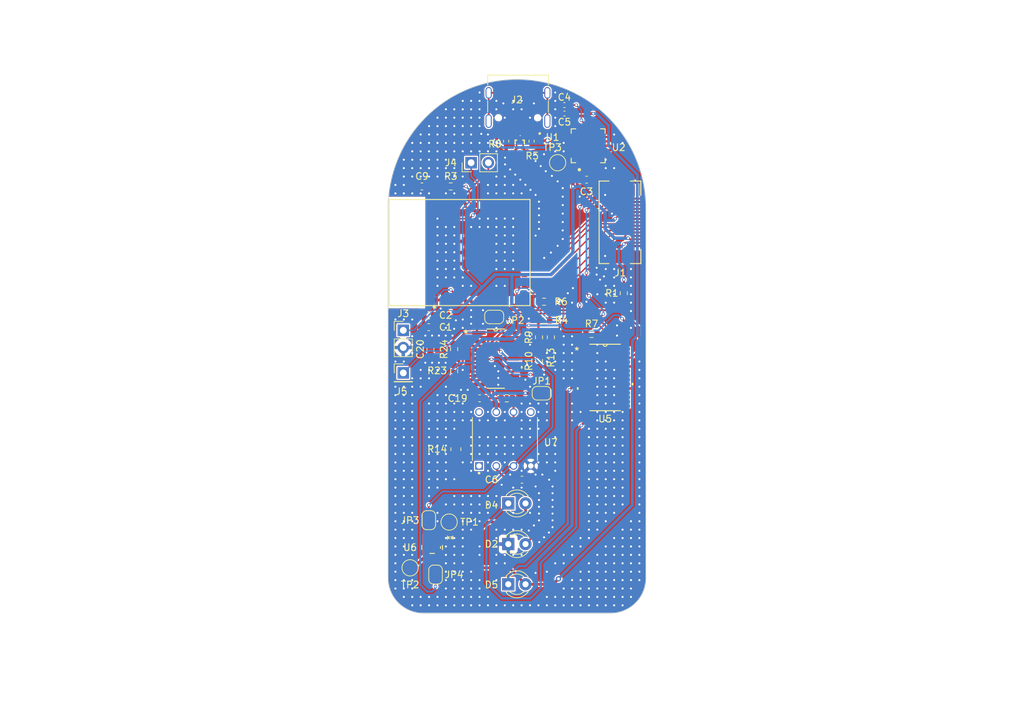
<source format=kicad_pcb>
(kicad_pcb (version 20221018) (generator pcbnew)
  (title_block (title "Optical Pulseoximeter") (date "2024-11-05") (rev "V1") (company "Iiro Karppanen"))
  (layers (0 "F.Cu" signal) (31 "B.Cu" signal) (34 "B.Paste" user) (35 "F.Paste" user) (36 "B.SilkS" user "B.Silkscreen") (37 "F.SilkS" user "F.Silkscreen") (38 "B.Mask" user) (39 "F.Mask" user) (44 "Edge.Cuts" user))
  (net 0 "")
  (net 1 "GND")
  (net 2 "+3.3V")
  (net 3 "VBUS")
  (net 4 "DP")
  (net 5 "DN")
  (net 6 "VCC{slash}2")
  (net 7 "Net-(U2-NR)")
  (net 8 "HR_SIGNAL")
  (net 9 "SDA")
  (net 10 "SCL")
  (net 11 "/DISPLAY_D{slash}C")
  (net 12 "/DISPLAY_CS")
  (net 13 "/DISPLAY_CLK")
  (net 14 "/DISPLAY_SDI")
  (net 15 "/DISPLAY_RESET")
  (net 16 "/TP_RST")
  (net 17 "/TP_INT")
  (net 20 "Net-(J2-CC1)")
  (net 23 "Net-(J2-CC2)")
  (net 24 "unconnected-(J2-SHIELD-PadS1)")
  (net 32 "Net-(U3-EN)")
  (net 46 "Net-(U4A--)")
  (net 47 "Net-(U4B-+)")
  (net 48 "Net-(U4B--)")
  (net 55 "Net-(D2-A)")
  (net 56 "Net-(U7-IN-)")
  (net 60 "/IO0")
  (net 61 "Net-(U4D-+)")
  (net 69 "Net-(D4-K)")
  (net 70 "Net-(D5-K)")
  (net 71 "Net-(U5-REXT)")
  (net 73 "/ROM_MSG")
  (net 74 "/VDD_SPI_V")
  (net 75 "Net-(U7-OUT)")
  (net 76 "Net-(J5-Pin_1)")
  (net 77 "/LED_RST")
  (net 84 "Net-(JP3-B)")
  (net 85 "Net-(JP4-B)")
  (net 86 "Net-(U6-OUT)")
  (net 87 "Net-(U6-IN-)")
  (net 88 "Net-(J1-Pad14)")
  (net 90 "Net-(JP1-B)")
  (footprint "LMC6001BIN_NOPB:DIP794W45P254L959H508Q8" (layer "F.Cu") (at 143.73 105.75 90)
    (fp_text reference "U7")
    (fp_text value "LMC6001BIN/NOPB")
  )
  (footprint "Connector_PinHeader_2.54mm:PinHeader_1x01_P2.54mm_Vertical" (layer "F.Cu") (at 128.75 96)
    (fp_text reference "J5")
    (fp_text value "Conn_01x01_Socket")
  )
  (footprint "Resistor_SMD:R_0603_1608Metric" (layer "F.Cu") (at 135.75 68.5 180)
    (fp_text reference "R3")
    (fp_text value "10k")
  )
  (footprint "Resistor_SMD:R_0402_1005Metric" (layer "F.Cu") (at 143.91 61.82 -90)
    (fp_text reference "R8")
    (fp_text value "5.1k")
  )
  (footprint "Resistor_SMD:R_0603_1608Metric" (layer "F.Cu") (at 144 99.75)
    (fp_text reference "R12" hide)
    (fp_text value "22k")
  )
  (footprint "Resistor_SMD:R_0402_1005Metric" (layer "F.Cu") (at 147.66 61.82 -90)
    (fp_text reference "R5")
    (fp_text value "5.1k")
  )
  (footprint "LM324DR:D14" (layer "F.Cu") (at 142.3712 93.895)
    (fp_text reference "U4" hide)
    (fp_text value "LM324")
  )
  (footprint "TLC59116IPWR:PW28" (layer "F.Cu") (at 158.5 96.675)
    (fp_text reference "U5")
    (fp_text value "TLC59116IPWR")
  )
  (footprint "Capacitor_SMD:C_0603_1608Metric" (layer "F.Cu") (at 140 99.75 180)
    (fp_text reference "C19")
    (fp_text value "22uF")
  )
  (footprint "Resistor_SMD:R_0603_1608Metric" (layer "F.Cu") (at 148.75 94.25 -90)
    (fp_text reference "R10")
    (fp_text value "100k")
  )
  (footprint "Capacitor_SMD:C_0402_1005Metric" (layer "F.Cu") (at 152.5 56.5)
    (fp_text reference "C4")
    (fp_text value "1uF")
  )
  (footprint "Resistor_SMD:R_0603_1608Metric" (layer "F.Cu") (at 156.5 90.25 180)
    (fp_text reference "R7")
    (fp_text value "910")
  )
  (footprint "Resistor_SMD:R_0603_1608Metric" (layer "F.Cu") (at 161.25 84.25 90)
    (fp_text reference "R1")
    (fp_text value "0")
  )
  (footprint "TestPoint:TestPoint_Pad_D2.0mm" (layer "F.Cu") (at 135.506201 118.000001 -90)
    (fp_text reference "TP1")
    (fp_text value "TestPoint")
  )
  (footprint "Connector_PinHeader_2.54mm:PinHeader_1x02_P2.54mm_Vertical" (layer "F.Cu") (at 128.75 89.725)
    (fp_text reference "J3")
    (fp_text value "Conn_01x02")
  )
  (footprint "OPA140AIDBVR:DBV5" (layer "F.Cu") (at 133.006201 121.75 -90)
    (fp_text reference "U6")
    (fp_text value "OPA140AIDBVR")
  )
  (footprint "Capacitor_SMD:C_0603_1608Metric" (layer "F.Cu") (at 155.775 67.5)
    (fp_text reference "C3")
    (fp_text value "47uF")
  )
  (footprint "Resistor_SMD:R_0603_1608Metric" (layer "F.Cu") (at 148.75 90.75 -90)
    (fp_text reference "R9")
    (fp_text value "100k")
  )
  (footprint "LED_THT:LED_D3.0mm" (layer "F.Cu") (at 144.225 121.25)
    (fp_text reference "D2")
    (fp_text value "D_Photo")
  )
  (footprint "Connector_PinHeader_2.54mm:PinHeader_1x02_P2.54mm_Vertical" (layer "F.Cu") (at 138.75 65 90)
    (fp_text reference "J4")
    (fp_text value "Conn_01x02")
  )
  (footprint "Jumper:SolderJumper-2_P1.3mm_Open_RoundedPad1.0x1.5mm" (layer "F.Cu") (at 133.506201 125.750001 90)
    (fp_text reference "JP4")
    (fp_text value "SolderJumper_2_Open")
  )
  (footprint "Capacitor_SMD:C_0603_1608Metric" (layer "F.Cu") (at 132.5 87.5 180)
    (fp_text reference "C2")
    (fp_text value "0.1uF")
  )
  (footprint "TestPoint:TestPoint_Pad_D2.0mm" (layer "F.Cu") (at 151.5 65)
    (fp_text reference "TP3")
    (fp_text value "TestPoint")
  )
  (footprint "Resistor_SMD:R_0603_1608Metric" (layer "F.Cu") (at 150.5 90.75 90)
    (fp_text reference "R13")
    (fp_text value "10k")
  )
  (footprint "TestPoint:TestPoint_Pad_D2.0mm" (layer "F.Cu") (at 129.756201 124.75 -90)
    (fp_text reference "TP2")
    (fp_text value "TestPoint")
  )
  (footprint "LED_THT:LED_D3.0mm" (layer "F.Cu") (at 144.225 127.175)
    (fp_text reference "D5")
    (fp_text value "LED")
  )
  (footprint "Resistor_SMD:R_0603_1608Metric" (layer "F.Cu") (at 136.25 95.75 -90)
    (fp_text reference "R23")
    (fp_text value "100R")
  )
  (footprint "Resistor_SMD:R_0603_1608Metric" (layer "F.Cu") (at 149.5 85.5 180)
    (fp_text reference "R6")
    (fp_text value "2k2")
  )
  (footprint "TPD2EUSB30DRTR:DRT0003A" (layer "F.Cu") (at 145.91 62.25)
    (fp_text reference "U1")
    (fp_text value "TPD2EUSB30DRTR")
  )
  (footprint "Resistor_SMD:R_0805_2012Metric" (layer "F.Cu") (at 136.5 107.25 -90)
    (fp_text reference "R14")
    (fp_text value "5.6M")
  )
  (footprint "X05A20L15T:CONN_X05A20L15T_XKB" (layer "F.Cu") (at 160.69 73.79 -90)
    (fp_text reference "J1")
    (fp_text value "X05A20L15T")
  )
  (footprint "Capacitor_SMD:C_0603_1608Metric" (layer "F.Cu") (at 132.75 92.5 -90)
    (fp_text reference "C20")
    (fp_text value "22uF")
  )
  (footprint "Resistor_SMD:R_0603_1608Metric" (layer "F.Cu") (at 136.250001 92.5 -90)
    (fp_text reference "R24")
    (fp_text value "1.8k")
  )
  (footprint "ESP32_S3_MINI_1_N8:ESP32-S3-MINI-1_EXP" (layer "F.Cu") (at 137.0573 78.25 90)
    (fp_text reference "U3" hide)
    (fp_text value "ESP32-S3-MINI-1-N8")
  )
  (footprint "Capacitor_SMD:C_0402_1005Metric" (layer "F.Cu") (at 152.5 57.75 180)
    (fp_text reference "C5")
    (fp_text value "10uF" hide)
  )
  (footprint "TPS7A4700RGWR:RGW0020A-IPC_A" (layer "F.Cu") (at 156 62.5 90)
    (fp_text reference "U2")
    (fp_text value "TPS7A4700RGWR")
  )
  (footprint "Capacitor_SMD:C_0603_1608Metric" (layer "F.Cu") (at 131.5 68.5 180)
    (fp_text reference "C9")
    (fp_text value "0.1uF")
  )
  (footprint "TYPE-C-31-M-12:TYPE-C-31-M-12" (layer "F.Cu") (at 145.66 54.69 180)
    (fp_text reference "J2")
    (fp_text value "TYPE-C-31-M-12")
  )
  (footprint "Jumper:SolderJumper-2_P1.3mm_Open_RoundedPad1.0x1.5mm" (layer "F.Cu") (at 149.15 99)
    (fp_text reference "JP1")
    (fp_text value "SolderJumper_2_Open")
  )
  (footprint "Resistor_SMD:R_0603_1608Metric" (layer "F.Cu") (at 149.5 88.25)
    (fp_text reference "R4")
    (fp_text value "2k2")
  )
  (footprint "Capacitor_SMD:C_0603_1608Metric" (layer "F.Cu") (at 146.25 111.75 180)
    (fp_text reference "C6")
    (fp_text value "0.22uF")
  )
  (footprint "LED_THT:LED_D3.0mm" (layer "F.Cu") (at 144.225 115.25)
    (fp_text reference "D4")
    (fp_text value "LED")
  )
  (footprint "Jumper:SolderJumper-2_P1.3mm_Open_RoundedPad1.0x1.5mm" (layer "F.Cu") (at 142.15 87.75)
    (fp_text reference "JP2")
    (fp_text value "SolderJumper_2_Open")
  )
  (footprint "Jumper:SolderJumper-2_P1.3mm_Open_RoundedPad1.0x1.5mm" (layer "F.Cu") (at 132.506202 117.7206 -90)
    (fp_text reference "JP3")
    (fp_text value "SolderJumper_2_Open")
  )
  (footprint "Capacitor_SMD:C_0603_1608Metric" (layer "F.Cu") (at 132.5 89.25 180)
    (fp_text reference "C1")
    (fp_text value "10uF")
  )
  (gr_line (start 159.320002 131.440004) (end 131.700006 131.440003) (stroke (width 0.1)) (layer "Edge.Cuts"))
  (gr_arc (start 145.51 52.71) (mid 158.945029 58.274971) (end 164.51 71.71) (stroke (width 0.1)) (layer "Edge.Cuts"))
  (gr_line (start 126.51 71.71) (end 126.51 126.25) (stroke (width 0.1)) (layer "Edge.Cuts"))
  (gr_arc (start 164.51 126.25) (mid 162.989885 129.919883) (end 159.320002 131.440004) (stroke (width 0.1)) (layer "Edge.Cuts"))
  (gr_line (start 164.51 71.71) (end 164.51 126.25) (stroke (width 0.1)) (layer "Edge.Cuts"))
  (gr_arc (start 131.700006 131.440003) (mid 128.030116 129.919888) (end 126.51 126.25) (stroke (width 0.1)) (layer "Edge.Cuts"))
  (gr_arc (start 126.51 71.71) (mid 132.074971 58.274971) (end 145.51 52.71) (stroke (width 0.1)) (layer "Edge.Cuts"))
  (segment (start 156.650001 60.12445) (end 156.650001 61.849999) (width 0.3) (layer "F.Cu") (net 1))
  (segment (start 157.3 60.12445) (end 157.3 61.2) (width 0.3) (layer "F.Cu") (net 1))
  (segment (start 157.3 61.2) (end 156 62.5) (width 0.3) (layer "F.Cu") (net 1))
  (segment (start 158.37555 62.5) (end 156 62.5) (width 0.3) (layer "F.Cu") (net 1))
  (segment (start 156.650001 61.849999) (end 156 62.5) (width 0.3) (layer "F.Cu") (net 1))
  (via (at 150.207107 119.542893) (size 0.5) (drill 0.3) (layers "F.Cu" "B.Cu") (net 1))
  (via (at 143.710742 106.72) (size 0.5) (drill 0.3) (layers "F.Cu" "B.Cu") (net 1))
  (via (at 151.5 77.25) (size 0.5) (drill 0.3) (layers "F.Cu" "B.Cu") (net 1))
  (via (at 138.750742 103) (size 0.5) (drill 0.3) (layers "F.Cu" "B.Cu") (net 1))
  (via (at 138.750742 63.32) (size 0.5) (drill 0.3) (layers "F.Cu" "B.Cu") (net 1))
  (via (at 133.790742 75.72) (size 0.5) (drill 0.3) (layers "F.Cu" "B.Cu") (net 1))
  (via (at 133 90.5) (size 0.5) (drill 0.3) (layers "F.Cu" "B.Cu") (net 1))
  (via (at 153.630742 91.84) (size 0.5) (drill 0.3) (layers "F.Cu" "B.Cu") (net 1))
  (via (at 156.110742 115.4) (size 0.5) (drill 0.3) (layers "F.Cu" "B.Cu") (net 1))
  (via (at 158.590742 103) (size 0.5) (drill 0.3) (layers "F.Cu" "B.Cu") (net 1))
  (via (at 146.190742 130.28) (size 0.5) (drill 0.3) (layers "F.Cu" "B.Cu") (net 1))
  (via (at 128.830742 127.8) (size 0.5) (drill 0.3) (layers "F.Cu" "B.Cu") (net 1))
  (via (at 133.790742 62.08) (size 0.5) (drill 0.3) (layers "F.Cu" "B.Cu") (net 1))
  (via (at 158.590742 130.28) (size 0.5) (drill 0.3) (layers "F.Cu" "B.Cu") (net 1))
  (via (at 133.790742 81.92) (size 0.5) (drill 0.3) (layers "F.Cu" "B.Cu") (net 1))
  (via (at 159.830742 103) (size 0.5) (drill 0.3) (layers "F.Cu" "B.Cu") (net 1))
  (via (at 152.390742 95.56) (size 0.5) (drill 0.3) (layers "F.Cu" "B.Cu") (net 1))
  (via (at 161.070742 129.04) (size 0.5) (drill 0.3) (layers "F.Cu" "B.Cu") (net 1))
  (via (at 141.230742 115.4) (size 0.5) (drill 0.3) (layers "F.Cu" "B.Cu") (net 1))
  (via (at 135.030742 78.2) (size 0.5) (drill 0.3) (layers "F.Cu" "B.Cu") (net 1))
  (via (at 135.030742 62.08) (size 0.5) (drill 0.3) (layers "F.Cu" "B.Cu") (net 1))
  (via (at 146.190742 57.12) (size 0.5) (drill 0.3) (layers "F.Cu" "B.Cu") (net 1))
  (via (at 151.150742 109.2) (size 0.5) (drill 0.3) (layers "F.Cu" "B.Cu") (net 1))
  (via (at 139.990742 62.08) (size 0.5) (drill 0.3) (layers "F.Cu" "B.Cu") (net 1))
  (via (at 132.550742 96.8) (size 0.5) (drill 0.3) (layers "F.Cu" "B.Cu") (net 1))
  (via (at 159.830742 127.8) (size 0.5) (drill 0.3) (layers "F.Cu" "B.Cu") (net 1))
  (via (at 151.150742 63.32) (size 0.5) (drill 0.3) (layers "F.Cu" "B.Cu") (net 1))
  (via (at 128.830742 100.52) (size 0.5) (drill 0.3) (layers "F.Cu" "B.Cu") (net 1))
  (via (at 151.150742 93.08) (size 0.5) (drill 0.3) (layers "F.Cu" "B.Cu") (net 1))
  (via (at 127.590742 126.56) (size 0.5) (drill 0.3) (layers "F.Cu" "B.Cu") (net 1))
  (via (at 163.550742 126.56) (size 0.5) (drill 0.3) (layers "F.Cu" "B.Cu") (net 1))
  (via (at 158.590742 117.88) (size 0.5) (drill 0.3) (layers "F.Cu" "B.Cu") (net 1))
  (via (at 137.510742 81.92) (size 0.5) (drill 0.3) (layers "F.Cu" "B.Cu") (net 1))
  (via (at 139.990742 58.36) (size 0.5) (drill 0.3) (layers "F.Cu" "B.Cu") (net 1))
  (via (at 159.830742 104.24) (size 0.5) (drill 0.3) (layers "F.Cu" "B.Cu") (net 1))
  (via (at 149.25 111) (size 0.5) (drill 0.3) (layers "F.Cu" "B.Cu") (net 1))
  (via (at 132.550742 69.52) (size 0.5) (drill 0.3) (layers "F.Cu" "B.Cu") (net 1))
  (via (at 142.470742 55.88) (size 0.5) (drill 0.3) (layers "F.Cu" "B.Cu") (net 1))
  (via (at 159.830742 126.56) (size 0.5) (drill 0.3) (layers "F.Cu" "B.Cu") (net 1))
  (via (at 132.550742 104.24) (size 0.5) (drill 0.3) (layers "F.Cu" "B.Cu") (net 1))
  (via (at 157.350742 127.8) (size 0.5) (drill 0.3) (layers "F.Cu" "B.Cu") (net 1))
  (via (at 157.350742 114.16) (size 0.5) (drill 0.3) (layers "F.Cu" "B.Cu") (net 1))
  (via (at 141.230742 110.44) (size 0.5) (drill 0.3) (layers "F.Cu" "B.Cu") (net 1))
  (via (at 141.230742 114.16) (size 0.5) (drill 0.3) (layers "F.Cu" "B.Cu") (net 1))
  (via (at 135.030742 121.6) (size 0.5) (drill 0.3) (layers "F.Cu" "B.Cu") (net 1))
  (via (at 139.990742 115.4) (size 0.5) (drill 0.3) (layers "F.Cu" "B.Cu") (net 1))
  (via (at 152.390742 130.28) (size 0.5) (drill 0.3) (layers "F.Cu" "B.Cu") (net 1))
  (via (at 135.030742 80.68) (size 0.5) (drill 0.3) (layers "F.Cu" "B.Cu") (net 1))
  (via (at 149.910742 94.32) (size 0.5) (drill 0.3) (layers "F.Cu" "B.Cu") (net 1))
  (via (at 136.270742 122.84) (size 0.5) (drill 0.3) (layers "F.Cu" "B.Cu") (net 1))
  (via (at 153.630742 93.08) (size 0.5) (drill 0.3) (layers "F.Cu" "B.Cu") (net 1))
  (via (at 162.310742 84.4) (size 0.5) (drill 0.3) (layers "F.Cu" "B.Cu") (net 1))
  (via (at 127.590742 103) (size 0.5) (drill 0.3) (layers "F.Cu" "B.Cu") (net 1))
  (via (at 157.350742 126.56) (size 0.5) (drill 0.3) (layers "F.Cu" "B.Cu") (net 1))
  (via (at 128.830742 119.12) (size 0.5) (drill 0.3) (layers "F.Cu" "B.Cu") (net 1))
  (via (at 142.470742 73.24) (size 0.5) (drill 0.3) (layers "F.Cu" "B.Cu") (net 1))
  (via (at 137.510742 124.08) (size 0.5) (drill 0.3) (layers "F.Cu" "B.Cu") (net 1))
  (via (at 143.75 65.25) (size 0.5) (drill 0.3) (layers "F.Cu" "B.Cu") (net 1))
  (via (at 148.75 114.75) (size 0.5) (drill 0.3) (layers "F.Cu" "B.Cu") (net 1))
  (via (at 158.590742 94.32) (size 0.5) (drill 0.3) (layers "F.Cu" "B.Cu") (net 1))
  (via (at 156.110742 127.8) (size 0.5) (drill 0.3) (layers "F.Cu" "B.Cu") (net 1))
  (via (at 153.630742 103) (size 0.5) (drill 0.3) (layers "F.Cu" "B.Cu") (net 1))
  (via (at 133.790742 76.96) (size 0.5) (drill 0.3) (layers "F.Cu" "B.Cu") (net 1))
  (via (at 146.190742 103) (size 0.5) (drill 0.3) (layers "F.Cu" "B.Cu") (net 1))
  (via (at 147.430742 130.28) (size 0.5) (drill 0.3) (layers "F.Cu" "B.Cu") (net 1))
  (via (at 139.990742 74.48) (size 0.5) (drill 0.3) (layers "F.Cu" "B.Cu") (net 1))
  (via (at 144.950742 116.64) (size 0.5) (drill 0.3) (layers "F.Cu" "B.Cu") (net 1))
  (via (at 141.230742 73.24) (size 0.5) (drill 0.3) (layers "F.Cu" "B.Cu") (net 1))
  (via (at 154.870742 101.76) (size 0.5) (drill 0.3) (layers "F.Cu" "B.Cu") (net 1))
  (via (at 148.75 115.75) (size 0.5) (drill 0.3) (layers "F.Cu" "B.Cu") (net 1))
  (via (at 128.830742 117.88) (size 0.5) (drill 0.3) (layers "F.Cu" "B.Cu") (net 1))
  (via (at 137.510742 83.16) (size 0.5) (drill 0.3) (layers "F.Cu" "B.Cu") (net 1))
  (via (at 128.830742 65.8) (size 0.5) (drill 0.3) (layers "F.Cu" "B.Cu") (net 1))
  (via (at 127.590742 105.48) (size 0.5) (drill 0.3) (layers "F.Cu" "B.Cu") (net 1))
  (via (at 141.230742 106.72) (size 0.5) (drill 0.3) (layers "F.Cu" "B.Cu") (net 1))
  (via (at 163.550742 112.92) (size 0.5) (drill 0.3) (layers "F.Cu" "B.Cu") (net 1))
  (via (at 137.510742 63.32) (size 0.5) (drill 0.3) (layers "F.Cu" "B.Cu") (net 1))
  (via (at 154.870742 125.32) (size 0.5) (drill 0.3) (layers "F.Cu" "B.Cu") (net 1))
  (via (at 130.070742 130.28) (size 0.5) (drill 0.3) (layers "F.Cu" "B.Cu") (net 1))
  (via (at 127.590742 112.92) (size 0.5) (drill 0.3) (layers "F.Cu" "B.Cu") (net 1))
  (via (at 142.470742 74.48) (size 0.5) (drill 0.3) (layers "F.Cu" "B.Cu") (net 1))
  (via (at 144.950742 57.12) (size 0.5) (drill 0.3) (layers "F.Cu" "B.Cu") (net 1))
  (via (at 134.263849 86.506925) (size 0.5) (drill 0.3) (layers "F.Cu" "B.Cu") (net 1))
  (via (at 151.150742 54.64) (size 0.5) (drill 0.3) (layers "F.Cu" "B.Cu") (net 1))
  (via (at 130.070742 99.28) (size 0.5) (drill 0.3) (layers "F.Cu" "B.Cu") (net 1))
  (via (at 128.830742 111.68) (size 0.5) (drill 0.3) (layers "F.Cu" "B.Cu") (net 1))
  (via (at 138.750742 125.32) (size 0.5) (drill 0.3) (layers "F.Cu" "B.Cu") (net 1))
  (via (at 133.790742 63.32) (size 0.5) (drill 0.3) (layers "F.Cu" "B.Cu") (net 1))
  (via (at 136.270742 74.48) (size 0.5) (drill 0.3) (layers "F.Cu" "B.Cu") (net 1))
  (via (at 153.630742 85.64) (size 0.5) (drill 0.3) (layers "F.Cu" "B.Cu") (net 1))
  (via (at 136.270742 62.08) (size 0.5) (drill 0.3) (layers "F.Cu" "B.Cu") (net 1))
  (via (at 138.750742 109.2) (size 0.5) (drill 0.3) (layers "F.Cu" "B.Cu") (net 1))
  (via (at 133.790742 103) (size 0.5) (drill 0.3) (layers "F.Cu" "B.Cu") (net 1))
  (via (at 138.750742 62.08) (size 0.5) (drill 0.3) (layers "F.Cu" "B.Cu") (net 1))
  (via (at 162.310742 120.36) (size 0.5) (drill 0.3) (layers "F.Cu" "B.Cu") (net 1))
  (via (at 163.550742 122.84) (size 0.5) (drill 0.3) (layers "F.Cu" "B.Cu") (net 1))
  (via (at 144.950742 75.72) (size 0.5) (drill 0.3) (layers "F.Cu" "B.Cu") (net 1))
  (via (at 148.75 71.75) (size 0.5) (drill 0.3) (layers "F.Cu" "B.Cu") (net 1))
  (via (at 163.550742 100.52) (size 0.5) (drill 0.3) (layers "F.Cu" "B.Cu") (net 1))
  (via (at 130.070742 90.6) (size 0.5) (drill 0.3) (layers "F.Cu" "B.Cu") (net 1))
  (via (at 131.310742 65.8) (size 0.5) (drill 0.3) (layers "F.Cu" "B.Cu") (net 1))
  (via (at 150.654167 66.941118) (size 0.5) (drill 0.3) (layers "F.Cu" "B.Cu") (net 1))
  (via (at 127.590742 119.12) (size 0.5) (drill 0.3) (layers "F.Cu" "B.Cu") (net 1))
  (via (at 139.990742 57.12) (size 0.5) (drill 0.3) (layers "F.Cu" "B.Cu") (net 1))
  (via (at 163.550742 125.32) (size 0.5) (drill 0.3) (layers "F.Cu" "B.Cu") (net 1))
  (via (at 161.070742 122.84) (size 0.5) (drill 0.3) (layers "F.Cu" "B.Cu") (net 1))
  (via (at 137.25 98.5) (size 0.5) (drill 0.3) (layers "F.Cu" "B.Cu") (net 1))
  (via (at 131.310742 129.04) (size 0.5) (drill 0.3) (layers "F.Cu" "B.Cu") (net 1))
  (via (at 162.310742 83.16) (size 0.5) (drill 0.3) (layers "F.Cu" "B.Cu") (net 1))
  (via (at 157.350742 99.28) (size 0.5) (drill 0.3) (layers "F.Cu" "B.Cu") (net 1))
  (via (at 148.75 117.75) (size 0.5) (drill 0.3) (layers "F.Cu" "B.Cu") (net 1))
  (via (at 159.830742 96.8) (size 0.5) (drill 0.3) (layers "F.Cu" "B.Cu") (net 1))
  (via (at 142.470742 75.72) (size 0.5) (drill 0.3) (layers "F.Cu" "B.Cu") (net 1))
  (via (at 159.830742 125.32) (size 0.5) (drill 0.3) (layers "F.Cu" "B.Cu") (net 1))
  (via (at 159.830742 129.04) (size 0.5) (drill 0.3) (layers "F.Cu" "B.Cu") (net 1))
  (via (at 150.25 111.75) (size 0.5) (drill 0.3) (layers "F.Cu" "B.Cu") (net 1))
  (via (at 147.25 119.25) (size 0.5) (drill 0.3) (layers "F.Cu" "B.Cu") (net 1))
  (via (at 136.270742 120.36) (size 0.5) (drill 0.3) (layers "F.Cu" "B.Cu") (net 1))
  (via (at 130.070742 115.4) (size 0.5) (drill 0.3) (layers "F.Cu" "B.Cu") (net 1))
  (via (at 142.470742 103) (size 0.5) (drill 0.3) (layers "F.Cu" "B.Cu") (net 1))
  (via (at 159.830742 110.44) (size 0.5) (drill 0.3) (layers "F.Cu" "B.Cu") (net 1))
  (via (at 161.070742 124.08) (size 0.5) (drill 0.3) (layers "F.Cu" "B.Cu") (net 1))
  (via (at 130.070742 63.32) (size 0.5) (drill 0.3) (layers "F.Cu" "B.Cu") (net 1))
  (via (at 154.870742 126.56) (size 0.5) (drill 0.3) (layers "F.Cu" "B.Cu") (net 1))
  (via (at 147.430742 105.48) (size 0.5) (drill 0.3) (layers "F.Cu" "B.Cu") (net 1))
  (via (at 132.550742 63.32) (size 0.5) (drill 0.3) (layers "F.Cu" "B.Cu") (net 1))
  (via (at 152.390742 122.84) (size 0.5) (drill 0.3) (layers "F.Cu" "B.Cu") (net 1))
  (via (at 162.310742 121.6) (size 0.5) (drill 0.3) (layers "F.Cu" "B.Cu") (net 1))
  (via (at 142.470742 106.72) (size 0.5) (drill 0.3) (layers "F.Cu" "B.Cu") (net 1))
  (via (at 135.030742 122.84) (size 0.5) (drill 0.3) (layers "F.Cu" "B.Cu") (net 1))
  (via (at 157.350742 129.04) (size 0.5) (drill 0.3) (layers "F.Cu" "B.Cu") (net 1))
  (via (at 127.590742 127.8) (size 0.5) (drill 0.3) (layers "F.Cu" "B.Cu") (net 1))
  (via (at 158.590742 115.4) (size 0.5) (drill 0.3) (layers "F.Cu" "B.Cu") (net 1))
  (via (at 139.990742 107.96) (size 0.5) (drill 0.3) (layers "F.Cu" "B.Cu") (net 1))
  (via (at 146 67.5) (size 0.5) (drill 0.3) (layers "F.Cu" "B.Cu") (net 1))
  (via (at 136.270742 130.28) (size 0.5) (drill 0.3) (layers "F.Cu" "B.Cu") (net 1))
  (via (at 161.070742 110.44) (size 0.5) (drill 0.3) (layers "F.Cu" "B.Cu") (net 1))
  (via (at 161.070742 114.16) (size 0.5) (drill 0.3) (layers "F.Cu" "B.Cu") (net 1))
  (via (at 148 118.5) (size 0.5) (drill 0.3) (layers "F.Cu" "B.Cu") (net 1))
  (via (at 144.950742 119.12) (size 0.5) (drill 0.3) (layers "F.Cu" "B.Cu") (net 1))
  (via (at 146.75 97) (size 0.5) (drill 0.3) (layers "F.Cu" "B.Cu") (net 1))
  (via (at 127.590742 116.64) (size 0.5) (drill 0.3) (layers "F.Cu" "B.Cu") (net 1))
  (via (at 142.470742 120.36) (size 0.5) (drill 0.3) (layers "F.Cu" "B.Cu") (net 1))
  (via (at 144.950742 80.68) (size 0.5) (drill 0.3) (layers "F.Cu" "B.Cu") (net 1))
  (via (at 156.110742 130.28) (size 0.5) (drill 0.3) (layers "F.Cu" "B.Cu") (net 1))
  (via (at 150.75 113.75) (size 0.5) (drill 0.3) (layers "F.Cu" "B.Cu") (net 1))
  (via (at 150.75 118.75) (size 0.5) (drill 0.3) (layers "F.Cu" "B.Cu") (net 1))
  (via (at 135.030742 120.36) (size 0.5) (drill 0.3) (layers "F.Cu" "B.Cu") (net 1))
  (via (at 152.390742 127.8) (size 0.5) (drill 0.3) (layers "F.Cu" "B.Cu") (net 1))
  (via (at 132.550742 67.04) (size 0.5) (drill 0.3) (layers "F.Cu" "B.Cu") (net 1))
  (via (at 132.550742 106.72) (size 0.5) (drill 0.3) (layers "F.Cu" "B.Cu") (net 1))
  (via (at 159.830742 106.72) (size 0.5) (drill 0.3) (layers "F.Cu" "B.Cu") (net 1))
  (via (at 146.190742 100.52) (size 0.5) (drill 0.3) (layers "F.Cu" "B.Cu") (net 1))
  (via (at 130.070742 116.64) (size 0.5) (drill 0.3) (layers "F.Cu" "B.Cu") (net 1))
  (via (at 128.830742 104.24) (size 0.5) (drill 0.3) (layers "F.Cu" "B.Cu") (net 1))
  (via (at 157.350742 91.84) (size 0.5) (drill 0.3) (layers "F.Cu" "B.Cu") (net 1))
  (via (at 158.590742 121.6) (size 0.5) (drill 0.3) (layers "F.Cu" "B.Cu") (net 1))
  (via (at 128.830742 114.16) (size 0.5) (drill 0.3) (layers "F.Cu" "B.Cu") (net 1))
  (via (at 146.190742 112.92) (size 0.5) (drill 0.3) (layers "F.Cu" "B.Cu") (net 1))
  (via (at 128.830742 94.32) (size 0.5) (drill 0.3) (layers "F.Cu" "B.Cu") (net 1))
  (via (at 128.830742 120.36) (size 0.5) (drill 0.3) (layers "F.Cu" "B.Cu") (net 1))
  (via (at 158.590742 98.04) (size 0.5) (drill 0.3) (layers "F.Cu" "B.Cu") (net 1))
  (via (at 151.150742 58.36) (size 0.5) (drill 0.3) (layers "F.Cu" "B.Cu") (net 1))
  (via (at 146.75 68.25) (size 0.5) (drill 0.3) (layers "F.Cu" "B.Cu") (net 1))
  (via (at 128.830742 116.64) (size 0.5) (drill 0.3) (layers "F.Cu" "B.Cu") (net 1))
  (via (at 158.590742 95.56) (size 0.5) (drill 0.3) (layers "F.Cu" "B.Cu") (net 1))
  (via (at 152.390742 63.32) (size 0.5) (drill 0.3) (layers "F.Cu" "B.Cu") (net 1))
  (via (at 158.590742 80.68) (size 0.5) (drill 0.3) (layers "F.Cu" "B.Cu") (net 1))
  (via (at 138.750742 126.56) (size 0.5) (drill 0.3) (layers "F.Cu" "B.Cu") (net 1))
  (via (at 137.510742 109.2) (size 0.5) (drill 0.3) (layers "F.Cu" "B.Cu") (net 1))
  (via (at 157.350742 109.2) (size 0.5) (drill 0.3) (layers "F.Cu" "B.Cu") (net 1))
  (via (at 159.830742 121.6) (size 0.5) (drill 0.3) (layers "F.Cu" "B.Cu") (net 1))
  (via (at 146.190742 104.24) (size 0.5) (drill 0.3) (layers "F.Cu" "B.Cu") (net 1))
  (via (at 132.550742 130.28) (size 0.5) (drill 0.3) (layers "F.Cu" "B.Cu") (net 1))
  (via (at 148.75 113.75) (size 0.5) (drill 0.3) (layers "F.Cu" "B.Cu") (net 1))
  (via (at 127.590742 110.44) (size 0.5) (drill 0.3) (layers "F.Cu" "B.Cu") (net 1))
  (via (at 136.25 89.5) (size 0.5) (drill 0.3) (layers "F.Cu" "B.Cu") (net 1))
  (via (at 138.750742 117.88) (size 0.5) (drill 0.3) (layers "F.Cu" "B.Cu") (net 1))
  (via (at 137.510742 116.64) (size 0.5) (drill 0.3) (layers "F.Cu" "B.Cu") (net 1))
  (via (at 147.430742 100.52) (size 0.5) (drill 0.3) (layers "F.Cu" "B.Cu") (net 1))
  (via (at 136.270742 81.92) (size 0.5) (drill 0.3) (layers "F.Cu" "B.Cu") (net 1))
  (via (at 131.310742 67.04) (size 0.5) (drill 0.3) (layers "F.Cu" "B.Cu") (net 1))
  (via (at 154.870742 120.36) (size 0.5) (drill 0.3) (layers "F.Cu" "B.Cu") (net 1))
  (via (at 143.710742 83.16) (size 0.5) (drill 0.3) (layers "F.Cu" "B.Cu") (net 1))
  (via (at 143.75 64.25) (size 0.5) (drill 0.3) (layers "F.Cu" "B.Cu") (net 1))
  (via (at 139.990742 129.04) (size 0.5) (drill 0.3) (layers "F.Cu" "B.Cu") (net 1))
  (via (at 151.150742 105.48) (size 0.5) (drill 0.3) (layers "F.Cu" "B.Cu") (net 1))
  (via (at 159.830742 99.28) (size 0.5) (drill 0.3) (layers "F.Cu" "B.Cu") (net 1))
  (via (at 158.590742 99.28) (size 0.5) (drill 0.3) (layers "F.Cu" "B.Cu") (net 1))
  (via (at 141.230742 62.08) (size 0.5) (drill 0.3) (layers "F.Cu" "B.Cu") (net 1))
  (via (at 146.190742 69.52) (size 0.5) (drill 0.3) (layers "F.Cu" "B.Cu") (net 1))
  (via (at 127.590742 100.52) (size 0.5) (drill 0.3) (layers "F.Cu" "B.Cu") (net 1))
  (via (at 156.110742 116.64) (size 0.5) (drill 0.3) (layers "F.Cu" "B.Cu") (net 1))
  (via (at 162.310742 129.04) (size 0.5) (drill 0.3) (layers "F.Cu" "B.Cu") (net 1))
  (via (at 130.070742 112.92) (size 0.5) (drill 0.3) (layers "F.Cu" "B.Cu") (net 1))
  (via (at 128.830742 109.2) (size 0.5) (drill 0.3) (layers "F.Cu" "B.Cu") (net 1))
  (via (at 159.830742 112.92) (size 0.5) (drill 0.3) (layers "F.Cu" "B.Cu") (net 1))
  (via (at 127.590742 117.88) (size 0.5) (drill 0.3) (layers "F.Cu" "B.Cu") (net 1))
  (via (at 148.75 72.75) (size 0.5) (drill 0.3) (layers "F.Cu" "B.Cu") (net 1))
  (via (at 139.990742 54.64) (size 0.5) (drill 0.3) (layers "F.Cu" "B.Cu") (net 1))
  (via (at 148.670742 107.96) (size 0.5) (drill 0.3) (layers "F.Cu" "B.Cu") (net 1))
  (via (at 130.070742 103) (size 0.5) (drill 0.3) (layers "F.Cu" "B.Cu") (net 1))
  (via (at 148.25 125.5) (size 0.5) (drill 0.3) (layers "F.Cu" "B.Cu") (net 1))
  (via (at 163.550742 111.68) (size 0.5) (drill 0.3) (layers "F.Cu" "B.Cu") (net 1))
  (via (at 135.030742 127.8) (size 0.5) (drill 0.3) (layers "F.Cu" "B.Cu") (net 1))
  (via (at 143.710742 75.72) (size 0.5) (drill 0.3) (layers "F.Cu" "B.Cu") (net 1))
  (via (at 157.350742 95.56) (size 0.5) (drill 0.3) (layers "F.Cu" "B.Cu") (net 1))
  (via (at 136.270742 69.52) (size 0.5) (drill 0.3) (layers "F.Cu" "B.Cu") (net 1))
  (via (at 161.070742 125.32) (size 0.5) (drill 0.3) (layers "F.Cu" "B.Cu") (net 1))
  (via (at 130.070742 88.12) (size 0.5) (drill 0.3) (layers "F.Cu" "B.Cu") (net 1))
  (via (at 138.750742 101.76) (size 0.5) (drill 0.3) (layers "F.Cu" "B.Cu") (net 1))
  (via (at 133.790742 65.8) (size 0.5) (drill 0.3) (layers "F.Cu" "B.Cu") (net 1))
  (via (at 133.790742 104.24) (size 0.5) (drill 0.3) (layers "F.Cu" "B.Cu") (net 1))
  (via (at 133.790742 112.92) (size 0.5) (drill 0.3) (layers "F.Cu" "B.Cu") (net 1))
  (via (at 138.750742 119.12) (size 0.5) (drill 0.3) (layers "F.Cu" "B.Cu") (net 1))
  (via (at 143.710742 124.08) (size 0.5) (drill 0.3) (layers "F.Cu" "B.Cu") (net 1))
  (via (at 149.910742 129.04) (size 0.5) (drill 0.3) (layers "F.Cu" "B.Cu") (net 1))
  (via (at 149.910742 100.52) (size 0.5) (drill 0.3) (layers "F.Cu" "B.Cu") (net 1))
  (via (at 162.310742 85.64) (size 0.5) (drill 0.3) (layers "F.Cu" "B.Cu") (net 1))
  (via (at 159.830742 80.68) (size 0.5) (drill 0.3) (layers "F.Cu" "B.Cu") (net 1))
  (via (at 148.670742 100.52) (size 0.5) (drill 0.3) (layers "F.Cu" "B.Cu") (net 1))
  (via (at 133.790742 59.6) (size 0.5) (drill 0.3) (layers "F.Cu" "B.Cu") (net 1))
  (via (at 150.75 116.75) (size 0.5) (drill 0.3) (layers "F.Cu" "B.Cu") (net 1))
  (via (at 159.830742 105.48) (size 0.5) (drill 0.3) (layers "F.Cu" "B.Cu") (net 1))
  (via (at 149.5 96.25) (size 0.5) (drill 0.3) (layers "F.Cu" "B.Cu") (net 1))
  (via (at 156.110742 104.24) (size 0.5) (drill 0.3) (layers "F.Cu" "B.Cu") (net 1))
  (via (at 142.470742 68.28) (size 0.5) (drill 0.3) (layers "F.Cu" "B.Cu") (net 1))
  (via (at 130.070742 104.24) (size 0.5) (drill 0.3) (layers "F.Cu" "B.Cu") (net 1))
  (via (at 132.550742 114.16) (size 0.5) (drill 0.3) (layers "F.Cu" "B.Cu") (net 1))
  (via (at 130.070742 67.04) (size 0.5) (drill 0.3) (layers "F.Cu" "B.Cu") (net 1))
  (via (at 141.230742 101.76) (size 0.5) (drill 0.3) (layers "F.Cu" "B.Cu") (net 1))
  (via (at 158.590742 111.68) (size 0.5) (drill 0.3) (layers "F.Cu" "B.Cu") (net 1))
  (via (at 163.550742 96.8) (size 0.5) (drill 0.3) (layers "F.Cu" "B.Cu") (net 1))
  (via (at 144.950742 74.48) (size 0.5) (drill 0.3) (layers "F.Cu" "B.Cu") (net 1))
  (via (at 163.550742 109.2) (size 0.5) (drill 0.3) (layers "F.Cu" "B.Cu") (net 1))
  (via (at 138.750742 106.72) (size 0.5) (drill 0.3) (layers "F.Cu" "B.Cu") (net 1))
  (via (at 138.75 88.75) (size 0.5) (drill 0.3) (layers "F.Cu" "B.Cu") (net 1))
  (via (at 143.710742 79.44) (size 0.5) (drill 0.3) (layers "F.Cu" "B.Cu") (net 1))
  (via (at 153.630742 94.32) (size 0.5) (drill 0.3) (layers "F.Cu" "B.Cu") (net 1))
  (via (at 152.25 73.75) (size 0.5) (drill 0.3) (layers "F.Cu" "B.Cu") (net 1))
  (via (at 153.630742 130.28) (size 0.5) (drill 0.3) (layers "F.Cu" "B.Cu") (net 1))
  (via (at 139.990742 73.24) (size 0.5) (drill 0.3) (layers "F.Cu" "B.Cu") (net 1))
  (via (at 146.190742 105.48) (size 0.5) (drill 0.3) (layers "F.Cu" "B.Cu") (net 1))
  (via (at 142.470742 83.16) (size 0.5) (drill 0.3) (layers "F.Cu" "B.Cu") (net 1))
  (via (at 137.510742 100.52) (size 0.5) (drill 0.3) (layers "F.Cu" "B.Cu") (net 1))
  (via (at 159.830742 107.96) (size 0.5) (drill 0.3) (layers "F.Cu" "B.Cu") (net 1))
  (via (at 137.510742 58.36) (size 0.5) (drill 0.3) (layers "F.Cu" "B.Cu") (net 1))
  (via (at 153.630742 100.52) (size 0.5) (drill 0.3) (layers "F.Cu" "B.Cu") (net 1))
  (via (at 137.510742 62.08) (size 0.5) (drill 0.3) (layers "F.Cu" "B.Cu") (net 1))
  (via (at 143.5 56.25) (size 0.5) (drill 0.3) (layers "F.Cu" "B.Cu") (net 1))
  (via (at 130.070742 98.04) (size 0.5) (drill 0.3) (layers "F.Cu" "B.Cu") (net 1))
  (via (at 158.590742 109.2) (size 0.5) (drill 0.3) (layers "F.Cu" "B.Cu") (net 1))
  (via (at 136.270742 127.8) (size 0.5) (drill 0.3) (layers "F.Cu" "B.Cu") (net 1))
  (via (at 136.270742 80.68) (size 0.5) (drill 0.3) (layers "F.Cu" "B.Cu") (net 1))
  (via (at 138.750742 129.04) (size 0.5) (drill 0.3) (layers "F.Cu" "B.Cu") (net 1))
  (via (at 142.470742 122.84) (size 0.5) (drill 0.3) (layers "F.Cu" "B.Cu") (net 1))
  (via (at 144.5 111) (size 0.5) (drill 0.3) (layers "F.Cu" "B.Cu") (net 1))
  (via (at 156.110742 120.36) (size 0.5) (drill 0.3) (layers "F.Cu" "B.Cu") (net 1))
  (via (at 139.990742 105.48) (size 0.5) (drill 0.3) (layers "F.Cu" "B.Cu") (net 1))
  (via (at 142.470742 126.56) (size 0.5) (drill 0.3) (layers "F.Cu" "B.Cu") (net 1))
  (via (at 131.310742 63.32) (size 0.5) (drill 0.3) (layers "F.Cu" "B.Cu") (net 1))
  (via (at 148.25 63.75) (size 0.5) (drill 0.3) (layers "F.Cu" "B.Cu") (net 1))
  (via (at 156.110742 105.48) (size 0.5) (drill 0.3) (layers "F.Cu" "B.Cu") (net 1))
  (via (at 130.070742 120.36) (size 0.5) (drill 0.3) (layers "F.Cu" "B.Cu") (net 1))
  (via (at 135.030742 103) (size 0.5) (drill 0.3) (layers "F.Cu" "B.Cu") (net 1))
  (via (at 156.110742 110.44) (size 0.5) (drill 0.3) (layers "F.Cu" "B.Cu") (net 1))
  (via (at 141.230742 103) (size 0.5) (drill 0.3) (layers "F.Cu" "B.Cu") (net 1))
  (via (at 127.590742 114.16) (size 0.5) (drill 0.3) (layers "F.Cu" "B.Cu") (net 1))
  (via (at 137.510742 127.8) (size 0.5) (drill 0.3) (layers "F.Cu" "B.Cu") (net 1))
  (via (at 131.310742 95.56) (size 0.5) (drill 0.3) (layers "F.Cu" "B.Cu") (net 1))
  (via (at 142.75 97.75) (size 0.5) (drill 0.3) (layers "F.Cu" "B.Cu") (net 1))
  (via (at 152.390742 94.32) (size 0.5) (drill 0.3) (layers "F.Cu" "B.Cu") (net 1))
  (via (at 153.630742 127.8) (size 0.5) (drill 0.3) (layers "F.Cu" "B.Cu") (net 1))
  (via (at 151.150742 59.6) (size 0.5) (drill 0.3) (layers "F.Cu" "B.Cu") (net 1))
  (via (at 159.830742 84.4) (size 0.5) (drill 0.3) (layers "F.Cu" "B.Cu") (net 1))
  (via (at 159.830742 85.64) (size 0.5) (drill 0.3) (layers "F.Cu" "B.Cu") (net 1))
  (via (at 148.25 112.75) (size 0.5) (drill 0.3) (layers "F.Cu" "B.Cu") (net 1))
  (via (at 128.830742 98.04) (size 0.5) (drill 0.3) (layers "F.Cu" "B.Cu") (net 1))
  (via (at 154.870742 130.28) (size 0.5) (drill 0.3) (layers "F.Cu" "B.Cu") (net 1))
  (via (at 133.790742 79.44) (size 0.5) (drill 0.3) (layers "F.Cu" "B.Cu") (net 1))
  (via (at 148.670742 130.28) (size 0.5) (drill 0.3) (layers "F.Cu" "B.Cu") (net 1))
  (via (at 163.550742 99.28) (size 0.5) (drill 0.3) (layers "F.Cu" "B.Cu") (net 1))
  (via (at 143.710742 67.04) (size 0.5) (drill 0.3) (layers "F.Cu" "B.Cu") (net 1))
  (via (at 133.790742 129.04) (size 0.5) (drill 0.3) (layers "F.Cu" "B.Cu") (net 1))
  (via (at 135.030742 69.52) (size 0.5) (drill 0.3) (layers "F.Cu" "B.Cu") (net 1))
  (via (at 159.830742 109.2) (size 0.5) (drill 0.3) (layers "F.Cu" "B.Cu") (net 1))
  (via (at 157.350742 111.68) (size 0.5) (drill 0.3) (layers "F.Cu" "B.Cu") (net 1))
  (via (at 128.830742 99.28) (size 0.5) (drill 0.3) (layers "F.Cu" "B.Cu") (net 1))
  (via (at 158.590742 100.52) (size 0.5) (drill 0.3) (layers "F.Cu" "B.Cu") (net 1))
  (via (at 156.110742 124.08) (size 0.5) (drill 0.3) (layers "F.Cu" "B.Cu") (net 1))
  (via (at 133.790742 64.56) (size 0.5) (drill 0.3) (layers "F.Cu" "B.Cu") (net 1))
  (via (at 137.510742 129.04) (size 0.5) (drill 0.3) (layers "F.Cu" "B.Cu") (net 1))
  (via (at 147.5 69) (size 0.5) (drill 0.3) (layers "F.Cu" "B.Cu") (net 1))
  (via (at 136.270742 103) (size 0.5) (drill 0.3) (layers "F.Cu" "B.Cu") (net 1))
  (via (at 128.830742 112.92) (size 0.5) (drill 0.3) (layers "F.Cu" "B.Cu") (net 1))
  (via (at 131.310742 96.8) (size 0.5) (drill 0.3) (layers "F.Cu" "B.Cu") (net 1))
  (via (at 137.510742 67.04) (size 0.5) (drill 0.3) (layers "F.Cu" "B.Cu") (net 1))
  (via (at 163.550742 117.88) (size 0.5) (drill 0.3) (layers "F.Cu" "B.Cu") (net 1))
  (via (at 135.030742 110.44) (size 0.5) (drill 0.3) (layers "F.Cu" "B.Cu") (net 1))
  (via (at 127.590742 68.28) (size 0.5) (drill 0.3) (layers "F.Cu" "B.Cu") (net 1))
  (via (at 138.750742 115.4) (size 0.5) (drill 0.3) (layers "F.Cu" "B.Cu") (net 1))
  (via (at 140.25 60.75) (size 0.5) (drill 0.3) (layers "F.Cu" "B.Cu") (net 1))
  (via (at 147.430742 116.64) (size 0.5) (drill 0.3) (layers "F.Cu" "B.Cu") (net 1))
  (via (at 160.25 90.5) (size 0.5) (drill 0.3) (layers "F.Cu" "B.Cu") (net 1))
  (via (at 158.590742 116.64) (size 0.5) (drill 0.3) (layers "F.Cu" "B.Cu") (net 1))
  (via (at 143.710742 103) (size 0.5) (drill 0.3) (layers "F.Cu" "B.Cu") (net 1))
  (via (at 142.25 95) (size 0.5) (drill 0.3) (layers "F.Cu" "B.Cu") (net 1))
  (via (at 132.550742 59.6) (size 0.5) (drill 0.3) (layers "F.Cu" "B.Cu") (net 1))
  (via (at 161.070742 103) (size 0.5) (drill 0.3) (layers "F.Cu" "B.Cu") (net 1))
  (via (at 163.550742 115.4) (size 0.5) (drill 0.3) (layers "F.Cu" "B.Cu") (net 1))
  (via (at 130.070742 122.84) (size 0.5) (drill 0.3) (layers "F.Cu" "B.Cu") (net 1))
  (via (at 135.030742 100.52) (size 0.5) (drill 0.3) (layers "F.Cu" "B.Cu") (net 1))
  (via (at 133.790742 58.36) (size 0.5) (drill 0.3) (layers "F.Cu" "B.Cu") (net 1))
  (via (at 159.830742 111.68) (size 0.5) (drill 0.3) (layers "F.Cu" "B.Cu") (net 1))
  (via (at 132.550742 65.8) (size 0.5) (drill 0.3) (layers "F.Cu" "B.Cu") (net 1))
  (via (at 147.430742 98.04) (size 0.5) (drill 0.3) (layers "F.Cu" "B.Cu") (net 1))
  (via (at 158.590742 107.96) (size 0.5) (drill 0.3) (layers "F.Cu" "B.Cu") (net 1))
  (via (at 130.070742 96.8) (size 0.5) (drill 0.3) (layers "F.Cu" "B.Cu") (net 1))
  (via (at 145.9855 61) (size 0.25) (drill 0.15) (layers "F.Cu" "B.Cu") (net 1))
  (via (at 160.25 89) (size 0.5) (drill 0.3) (layers "F.Cu" "B.Cu") (net 1))
  (via (at 162.310742 89.36) (size 0.5) (drill 0.3) (layers "F.Cu" "B.Cu") (net 1))
  (via (at 158.590742 104.24) (size 0.5) (drill 0.3) (layers "F.Cu" "B.Cu") (net 1))
  (via (at 143.710742 78.2) (size 0.5) (drill 0.3) (layers "F.Cu" "B.Cu") (net 1))
  (via (at 135.030742 107.96) (size 0.5) (drill 0.3) (layers "F.Cu" "B.Cu") (net 1))
  (via (at 133.790742 111.68) (size 0.5) (drill 0.3) (layers "F.Cu" "B.Cu") (net 1))
  (via (at 158.5 69.75) (size 0.5) (drill 0.3) (layers "F.Cu" "B.Cu") (net 1))
  (via (at 143.710742 130.28) (size 0.5) (drill 0.3) (layers "F.Cu" "B.Cu") (net 1))
  (via (at 130.070742 100.52) (size 0.5) (drill 0.3) (layers "F.Cu" "B.Cu") (net 1))
  (via (at 146.190742 119.12) (size 0.5) (drill 0.3) (layers "F.Cu" "B.Cu") (net 1))
  (via (at 127.590742 104.24) (size 0.5) (drill 0.3) (layers "F.Cu" "B.Cu") (net 1))
  (via (at 141.230742 129.04) (size 0.5) (drill 0.3) (layers "F.Cu" "B.Cu") (net 1))
  (via (at 163.550742 98.04) (size 0.5) (drill 0.3) (layers "F.Cu" "B.Cu") (net 1))
  (via (at 146.190742 101.76) (size 0.5) (drill 0.3) (layers "F.Cu" "B.Cu") (net 1))
  (via (at 146.190742 55.88) (size 0.5) (drill 0.3) (layers "F.Cu" "B.Cu") (net 1))
  (via (at 127.590742 122.84) (size 0.5) (drill 0.3) (layers "F.Cu" "B.Cu") (net 1))
  (via (at 138.750742 127.8) (size 0.5) (drill 0.3) (layers "F.Cu" "B.Cu") (net 1))
  (via (at 151.150742 57.12) (size 0.5) (drill 0.3) (layers "F.Cu" "B.Cu") (net 1))
  (via (at 138.750742 60.84) (size 0.5) (drill 0.3) (layers "F.Cu" "B.Cu") (net 1))
  (via (at 159.830742 65.8) (size 0.5) (drill 0.3) (layers "F.Cu" "B.Cu") (net 1))
  (via (at 128.830742 101.76) (size 0.5) (drill 0.3) (layers "F.Cu" "B.Cu") (net 1))
  (via (at 132.550742 95.56) (size 0.5) (drill 0.3) (layers "F.Cu" "B.Cu") (net 1))
  (via (at 159.830742 60.84) (size 0.5) (drill 0.3) (layers "F.Cu" "B.Cu") (net 1))
  (via (at 127.590742 124.08) (size 0.5) (drill 0.3) (layers "F.Cu" "B.Cu") (net 1))
  (via (at 159.5 72.5) (size 0.5) (drill 0.3) (layers "F.Cu" "B.Cu") (net 1))
  (via (at 159.830742 124.08) (size 0.5) (drill 0.3) (layers "F.Cu" "B.Cu") (net 1))
  (via (at 135.030742 109.2) (size 0.5) (drill 0.3) (layers "F.Cu" "B.Cu") (net 1))
  (via (at 136.270742 76.96) (size 0.5) (drill 0.3) (layers "F.Cu" "B.Cu") (net 1))
  (via (at 144.950742 112.92) (size 0.5) (drill 0.3) (layers "F.Cu" "B.Cu") (net 1))
  (via (at 141.230742 69.52) (size 0.5) (drill 0.3) (layers "F.Cu" "B.Cu") (net 1))
  (via (at 158.590742 106.72) (size 0.5) (drill 0.3) (layers "F.Cu" "B.Cu") (net 1))
  (via (at 136 90.5) (size 0.5) (drill 0.3) (layers "F.Cu" "B.Cu") (net 1))
  (via (at 148.25 64.75) (size 0.5) (drill 0.3) (layers "F.Cu" "B.Cu") (net 1))
  (via (at 142.470742 119.12) (size 0.5) (drill 0.3) (layers "F.Cu" "B.Cu") (net 1))
  (via (at 135.030742 89.36) (size 0.5) (drill 0.3) (layers "F.Cu" "B.Cu") (net 1))
  (via (at 151.150742 129.04) (size 0.5) (drill 0.3) (layers "F.Cu" "B.Cu") (net 1))
  (via (at 136.270742 114.16) (size 0.5) (drill 0.3) (layers "F.Cu" "B.Cu") (net 1))
  (via (at 159.830742 116.64) (size 0.5) (drill 0.3) (layers "F.Cu" "B.Cu") (net 1))
  (via (at 128.830742 115.4) (size 0.5) (drill 0.3) (layers "F.Cu" "B.Cu") (net 1))
  (via (at 163.550742 119.12) (size 0.5) (drill 0.3) (layers "F.Cu" "B.Cu") (net 1))
  (via (at 163.550742 124.08) (size 0.5) (drill 0.3) (layers "F.Cu" "B.Cu") (net 1))
  (via (at 158.590742 85.64) (size 0.5) (drill 0.3) (layers "F.Cu" "B.Cu") (net 1))
  (via (at 132 94.5) (size 0.5) (drill 0.3) (layers "F.Cu" "B.Cu") (net 1))
  (via (at 135.030742 58.36) (size 0.5) (drill 0.3) (layers "F.Cu" "B.Cu") (net 1))
  (via (at 143.710742 122.84) (size 0.5) (drill 0.3) (layers "F.Cu" "B.Cu") (net 1))
  (via (at 147.430742 103) (size 0.5) (drill 0.3) (layers "F.Cu" "B.Cu") (net 1))
  (via (at 137.510742 89.36) (size 0.5) (drill 0.3) (layers "F.Cu" "B.Cu") (net 1))
  (via (at 135.030742 115.4) (size 0.5) (drill 0.3) (layers "F.Cu" "B.Cu") (net 1))
  (via (at 148.25 111) (size 0.5) (drill 0.3) (layers "F.Cu" "B.Cu") (net 1))
  (via (at 137.510742 130.28) (size 0.5) (drill 0.3) (layers "F.Cu" "B.Cu") (net 1))
  (via (at 163.550742 101.76) (size 0.5) (drill 0.3) (layers "F.Cu" "B.Cu") (net 1))
  (via (at 137.510742 88.12) (size 0.5) (drill 0.3) (layers "F.Cu" "B.Cu") (net 1))
  (via (at 135.030742 67.04) (size 0.5) (drill 0.3) (layers "F.Cu" "B.Cu") (net 1))
  (via (at 130.070742 119.12) (size 0.5) (drill 0.3) (layers "F.Cu" "B.Cu") (net 1))
  (via (at 136.270742 104.24) (size 0.5) (drill 0.3) (layers "F.Cu" "B.Cu") (net 1))
  (via (at 128.830742 122.84) (size 0.5) (drill 0.3) (layers "F.Cu" "B.Cu") (net 1))
  (via (at 156.110742 117.88) (size 0.5) (drill 0.3) (layers "F.Cu" "B.Cu") (net 1))
  (via (at 144.950742 78.2) (size 0.5) (drill 0.3) (layers "F.Cu" "B.Cu") (net 1))
  (via (at 152.25 70) (size 0.5) (drill 0.3) (layers "F.Cu" "B.Cu") (net 1))
  (via (at 141.230742 63.32) (size 0.5) (drill 0.3) (layers "F.Cu" "B.Cu") (net 1))
  (via (at 159.830742 83.16) (size 0.5) (drill 0.3) (layers "F.Cu" "B.Cu") (net 1))
  (via (at 153.630742 101.76) (size 0.5) (drill 0.3) (layers "F.Cu" "B.Cu") (net 1))
  (via (at 163.550742 107.96) (size 0.5) (drill 0.3) (layers "F.Cu" "B.Cu") (net 1))
  (via (at 148.792893 120.957107) (size 0.5) (drill 0.3) (layers "F.Cu" "B.Cu") (net 1))
  (via (at 158.590742 84.4) (size 0.5) (drill 0.3) (layers "F.Cu" "B.Cu") (net 1))
  (via (at 162.310742 117.88) (size 0.5) (drill 0.3) (layers "F.Cu" "B.Cu") (net 1))
  (via (at 127.590742 107.96) (size 0.5) (drill 0.3) (layers "F.Cu" "B.Cu") (net 1))
  (via (at 130.070742 107.96) (size 0.5) (drill 0.3) (layers "F.Cu" "B.Cu") (net 1))
  (via (at 139.990742 122.84) (size 0.5) (drill 0.3) (layers "F.Cu" "B.Cu") (net 1))
  (via (at 137.510742 55.88) (size 0.5) (drill 0.3) (layers "F.Cu" "B.Cu") (net 1))
  (via (at 132.550742 64.56) (size 0.5) (drill 0.3) (layers "F.Cu" "B.Cu") (net 1))
  (via (at 143.710742 119.12) (size 0.5) (drill 0.3) (layers "F.Cu" "B.Cu") (net 1))
  (via (at 141.230742 60.84) (size 0.5) (drill 0.3) (layers "F.Cu" "B.Cu") (net 1))
  (via (at 153.630742 90.6) (size 0.5) (drill 0.3) (layers "F.Cu" "B.Cu") (net 1))
  (via (at 151.150742 110.44) (size 0.5) (drill 0.3) (layers "F.Cu" "B.Cu") (net 1))
  (via (at 145.25 66.75) (size 0.5) (drill 0.3) (layers "F.Cu" "B.Cu") (net 1))
  (via (at 138.750742 55.88) (size 0.5) (drill 0.3) (layers "F.Cu" "B.Cu") (net 1))
  (via (at 159.830742 122.84) (size 0.5) (drill 0.3) (layers "F.Cu" "B.Cu") (net 1))
  (via (at 161.070742 115.4) (size 0.5) (drill 0.3) (layers "F.Cu" "B.Cu") (net 1))
  (via (at 136.270742 126.56) (size 0.5) (drill 0.3) (layers "F.Cu" "B.Cu") (net 1))
  (via (at 148.670742 109.2) (size 0.5) (drill 0.3) (layers "F.Cu" "B.Cu") (net 1))
  (via (at 142.470742 57.12) (size 0.5) (drill 0.3) (layers "F.Cu" "B.Cu") (net 1))
  (via (at 157.350742 100.52) (size 0.5) (drill 0.3) (layers "F.Cu" "B.Cu") (net 1))
  (via (at 135.030742 74.48) (size 0.5) (drill 0.3) (layers "F.Cu" "B.Cu") (net 1))
  (via (at 133.790742 78.2) (size 0.5) (drill 0.3) (layers "F.Cu" "B.Cu") (net 1))
  (via (at 142.75 96.75) (size 0.5) (drill 0.3) (layers "F.Cu" "B.Cu") (net 1))
  (via (at 128.830742 121.6) (size 0.5) (drill 0.3) (layers "F.Cu" "B.Cu") (net 1))
  (via (at 136.270742 115.4) (size 0.5) (drill 0.3) (layers "F.Cu" "B.Cu") (net 1))
  (via (at 149.51583 79.039613) (size 0.5) (drill 0.3) (layers "F.Cu" "B.Cu") (net 1))
  (via (at 150.75 112.75) (size 0.5) (drill 0.3) (layers "F.Cu" "B.Cu") (net 1))
  (via (at 131.310742 62.08) (size 0.5) (drill 0.3) (layers "F.Cu" "B.Cu") (net 1))
  (via (at 151.150742 95.56) (size 0.5) (drill 0.3) (layers "F.Cu" "B.Cu") (net 1))
  (via (at 157.350742 116.64) (size 0.5) (drill 0.3) (layers "F.Cu" "B.Cu") (net 1))
  (via (at 144.950742 69.52) (size 0.5) (drill 0.3) (layers "F.Cu" "B.Cu") (net 1))
  (via (at 151.150742 107.96) (size 0.5) (drill 0.3) (layers "F.Cu" "B.Cu") (net 1))
  (via (at 157.75 82.25) (size 0.5) (drill 0.3) (layers "F.Cu" "B.Cu") (net 1))
  (via (at 139.990742 126.56) (size 0.5) (drill 0.3) (layers "F.Cu" "B.Cu") (net 1))
  (via (at 138.750742 107.96) (size 0.5) (drill 0.3) (layers "F.Cu" "B.Cu") (net 1))
  (via (at 132.550742 109.2) (size 0.5) (drill 0.3) (layers "F.Cu" "B.Cu") (net 1))
  (via (at 143.710742 80.68) (size 0.5) (drill 0.3) (layers "F.Cu" "B.Cu") (net 1))
  (via (at 159.830742 100.52) (size 0.5) (drill 0.3) (layers "F.Cu" "B.Cu") (net 1))
  (via (at 157.350742 105.48) (size 0.5) (drill 0.3) (layers "F.Cu" "B.Cu") (net 1))
  (via (at 135.030742 99.28) (size 0.5) (drill 0.3) (layers "F.Cu" "B.Cu") (net 1))
  (via (at 139.990742 103) (size 0.5) (drill 0.3) (layers "F.Cu" "B.Cu") (net 1))
  (via (at 142.75 95.75) (size 0.5) (drill 0.3) (layers "F.Cu" "B.Cu") (net 1))
  (via (at 144.950742 55.88) (size 0.5) (drill 0.3) (layers "F.Cu" "B.Cu") (net 1))
  (via (at 144.5 66) (size 0.5) (drill 0.3) (layers "F.Cu" "B.Cu") (net 1))
  (via (at 161.070742 101.76) (size 0.5) (drill 0.3) (layers "F.Cu" "B.Cu") (net 1))
  (via (at 128.830742 110.44) (size 0.5) (drill 0.3) (layers "F.Cu" "B.Cu") (net 1))
  (via (at 133.790742 107.96) (size 0.5) (drill 0.3) (layers "F.Cu" "B.Cu") (net 1))
  (via (at 133.790742 95.56) (size 0.5) (drill 0.3) (layers "F.Cu" "B.Cu") (net 1))
  (via (at 158.590742 114.16) (size 0.5) (drill 0.3) (layers "F.Cu" "B.Cu") (net 1))
  (via (at 157.350742 93.08) (size 0.5) (drill 0.3) (layers "F.Cu" "B.Cu") (net 1))
  (via (at 157.350742 104.24) (size 0.5) (drill 0.3) (layers "F.Cu" "B.Cu") (net 1))
  (via (at 136.270742 64.56) (size 0.5) (drill 0.3) (layers "F.Cu" "B.Cu") (net 1))
  (via (at 135.030742 57.12) (size 0.5) (drill 0.3) (layers "F.Cu" "B.Cu") (net 1))
  (via (at 152.390742 93.08) (size 0.5) (drill 0.3) (layers "F.Cu" "B.Cu") (net 1))
  (via (at 136.270742 100.52) (size 0.5) (drill 0.3) (layers "F.Cu" "B.Cu") (net 1))
  (via (at 136.270742 57.12) (size 0.5) (drill 0.3) (layers "F.Cu" "B.Cu") (net 1))
  (via (at 154.870742 127.8) (size 0.5) (drill 0.3) (layers "F.Cu" "B.Cu") (net 1))
  (via (at 163.550742 120.36) (size 0.5) (drill 0.3) (layers "F.Cu" "B.Cu") (net 1))
  (via (at 152.390742 90.6) (size 0.5) (drill 0.3) (layers "F.Cu" "B.Cu") (net 1))
  (via (at 142.470742 76.96) (size 0.5) (drill 0.3) (layers "F.Cu" "B.Cu") (net 1))
  (via (at 136.270742 65.8) (size 0.5) (drill 0.3) (layers "F.Cu" "B.Cu") (net 1))
  (via (at 144.950742 79.44) (size 0.5) (drill 0.3) (layers "F.Cu" "B.Cu") (net 1))
  (via (at 152.25 71.25) (size 0.5) (drill 0.3) (layers "F.Cu" "B.Cu") (net 1))
  (via (at 136.270742 58.36) (size 0.5) (drill 0.3) (layers "F.Cu" "B.Cu") (net 1))
  (via (at 143.710742 105.48) (size 0.5) (drill 0.3) (layers "F.Cu" "B.Cu") (net 1))
  (via (at 151.150742 106.72) (size 0.5) (drill 0.3) (layers "F.Cu" "B.Cu") (net 1))
  (via (at 148.75 74.75) (size 0.5) (drill 0.3) (layers "F.Cu" "B.Cu") (net 1))
  (via (at 151.5 67.75) (size 0.5) (drill 0.3) (layers "F.Cu" "B.Cu") (net 1))
  (via (at 143.25 112.5) (size 0.5) (drill 0.3) (layers "F.Cu" "B.Cu") (net 1))
  (via (at 135.030742 98.04) (size 0.5) (drill 0.3) (layers "F.Cu" "B.Cu") (net 1))
  (via (at 130.070742 121.6) (size 0.5) (drill 0.3) (layers "F.Cu" "B.Cu") (net 1))
  (via (at 154.870742 121.6) (size 0.5) (drill 0.3) (layers "F.Cu" "B.Cu") (net 1))
  (via (at 136.270742 63.32) (size 0.5) (drill 0.3) (layers "F.Cu" "B.Cu") (net 1))
  (via (at 133.790742 110.44) (size 0.5) (drill 0.3) (layers "F.Cu" "B.Cu") (net 1))
  (via (at 157.350742 130.28) (size 0.5) (drill 0.3) (layers "F.Cu" "B.Cu") (net 1))
  (via (at 142.470742 124.08) (size 0.5) (drill 0.3) (layers "F.Cu" "B.Cu") (net 1))
  (via (at 136.270742 78.2) (size 0.5) (drill 0.3) (layers "F.Cu" "B.Cu") (net 1))
  (via (at 128.830742 88.12) (size 0.5) (drill 0.3) (layers "F.Cu" "B.Cu") (net 1))
  (via (at 154.75 70) (size 0.5) (drill 0.3) (layers "F.Cu" "B.Cu") (net 1))
  (via (at 147.430742 58.36) (size 0.5) (drill 0.3) (layers "F.Cu" "B.Cu") (net 1))
  (via (at 141.230742 74.48) (size 0.5) (drill 0.3) (layers "F.Cu" "B.Cu") (net 1))
  (via (at 133 94.5) (size 0.5) (drill 0.3) (layers "F.Cu" "B.Cu") (net 1))
  (via (at 143.710742 68.28) (size 0.5) (drill 0.3) (layers "F.Cu" "B.Cu") (net 1))
  (via (at 128.830742 126.56) (size 0.5) (drill 0.3) (layers "F.Cu" "B.Cu") (net 1))
  (via (at 149.910742 109.2) (size 0.5) (drill 0.3) (layers "F.Cu" "B.Cu") (net 1))
  (via (at 150.75 114.75) (size 0.5) (drill 0.3) (layers "F.Cu" "B.Cu") (net 1))
  (via (at 156.110742 129.04) (size 0.5) (drill 0.3) (layers "F.Cu" "B.Cu") (net 1))
  (via (at 131.310742 91.84) (size 0.5) (drill 0.3) (layers "F.Cu" "B.Cu") (net 1))
  (via (at 127.590742 101.76) (size 0.5) (drill 0.3) (layers "F.Cu" "B.Cu") (net 1))
  (via (at 139.990742 63.32) (size 0.5) (drill 0.3) (layers "F.Cu" "B.Cu") (net 1))
  (via (at 141.230742 105.48) (size 0.5) (drill 0.3) (layers "F.Cu" "B.Cu") (net 1))
  (via (at 154.870742 129.04) (size 0.5) (drill 0.3) (layers "F.Cu" "B.Cu") (net 1))
  (via (at 158.590742 126.56) (size 0.5) (drill 0.3) (layers "F.Cu" "B.Cu") (net 1))
  (via (at 137.510742 101.76) (size 0.5) (drill 0.3) (layers "F.Cu" "B.Cu") (net 1))
  (via (at 156.110742 125.32) (size 0.5) (drill 0.3) (layers "F.Cu" "B.Cu") (net 1))
  (via (at 150.75 117.75) (size 0.5) (drill 0.3) (layers "F.Cu" "B.Cu") (net 1))
  (via (at 130.070742 111.68) (size 0.5) (drill 0.3) (layers "F.Cu" "B.Cu") (net 1))
  (via (at 127.590742 111.68) (size 0.5) (drill 0.3) (layers "F.Cu" "B.Cu") (net 1))
  (via (at 130.070742 101.76) (size 0.5) (drill 0.3) (layers "F.Cu" "B.Cu") (net 1))
  (via (at 130.070742 69.52) (size 0.5) (drill 0.3) (layers "F.Cu" "B.Cu") (net 1))
  (via (at 156.110742 119.12) (size 0.5) (drill 0.3) (layers "F.Cu" "B.Cu") (net 1))
  (via (at 153.630742 129.04) (size 0.5) (drill 0.3) (layers "F.Cu" "B.Cu") (net 1))
  (via (at 138.750742 130.28) (size 0.5) (drill 0.3) (layers "F.Cu" "B.Cu") (net 1))
  (via (at 135.030742 125.32) (size 0.5) (drill 0.3) (layers "F.Cu" "B.Cu") (net 1))
  (via (at 157.350742 124.08) (size 0.5) (drill 0.3) (layers "F.Cu" "B.Cu") (net 1))
  (via (at 131.310742 130.28) (size 0.5) (drill 0.3) (layers "F.Cu" "B.Cu") (net 1))
  (via (at 153.75 83.5) (size 0.5) (drill 0.3) (layers "F.Cu" "B.Cu") (net 1))
  (via (at 148.25 75.75) (size 0.5) (drill 0.3) (layers "F.Cu" "B.Cu") (net 1))
  (via (at 138.750742 57.12) (size 0.5) (drill 0.3) (layers "F.Cu" "B.Cu") (net 1))
  (via (at 138.25 98.5) (size 0.5) (drill 0.3) (layers "F.Cu" "B.Cu") (net 1))
  (via (at 135.030742 63.32) (size 0.5) (drill 0.3) (layers "F.Cu" "B.Cu") (net 1))
  (via (at 141.230742 109.2) (size 0.5) (drill 0.3) (layers "F.Cu" "B.Cu") (net 1))
  (via (at 130.070742 64.56) (size 0.5) (drill 0.3) (layers "F.Cu" "B.Cu") (net 1))
  (via (at 161.070742 126.56) (size 0.5) (drill 0.3) (layers "F.Cu" "B.Cu") (net 1))
  (via (at 144.950742 105.48) (size 0.5) (drill 0.3) (layers "F.Cu" "B.Cu") (net 1))
  (via (at 163.550742 106.72) (size 0.5) (drill 0.3) (layers "F.Cu" "B.Cu") (net 1))
  (via (at 139.990742 106.72) (size 0.5) (drill 0.3) (layers "F.Cu" "B.Cu") (net 1))
  (via (at 163.550742 114.16) (size 0.5) (drill 0.3) (layers "F.Cu" "B.Cu") (net 1))
  (via (at 136.270742 101.76) (size 0.5) (drill 0.3) (layers "F.Cu" "B.Cu") (net 1))
  (via (at 144.950742 130.28) (size 0.5) (drill 0.3) (layers "F.Cu" "B.Cu") (net 1))
  (via (at 138.75 87.75) (size 0.5) (drill 0.3) (layers "F.Cu" "B.Cu") (net 1))
  (via (at 142.470742 80.68) (size 0.5) (drill 0.3) (layers "F.Cu" "B.Cu") (net 1))
  (via (at 130.070742 127.8) (size 0.5) (drill 0.3) (layers "F.Cu" "B.Cu") (net 1))
  (via (at 141.230742 107.96) (size 0.5) (drill 0.3) (layers "F.Cu" "B.Cu") (net 1))
  (via (at 158.590742 110.44) (size 0.5) (drill 0.3) (layers "F.Cu" "B.Cu") (net 1))
  (via (at 132.550742 103) (size 0.5) (drill 0.3) (layers "F.Cu" "B.Cu") (net 1))
  (via (at 133.790742 80.68) (size 0.5) (drill 0.3) (layers "F.Cu" "B.Cu") (net 1))
  (via (at 127.590742 88.12) (size 0.5) (drill 0.3) (layers "F.Cu" "B.Cu") (net 1))
  (via (at 128.830742 107.96) (size 0.5) (drill 0.3) (layers "F.Cu" "B.Cu") (net 1))
  (via (at 142.470742 69.52) (size 0.5) (drill 0.3) (layers "F.Cu" "B.Cu") (net 1))
  (via (at 127.590742 115.4) (size 0.5) (drill 0.3) (layers "F.Cu" "B.Cu") (net 1))
  (via (at 158.5 78.75) (size 0.5) (drill 0.3) (layers "F.Cu" "B.Cu") (net 1))
  (via (at 159.830742 130.28) (size 0.5) (drill 0.3) (layers "F.Cu" "B.Cu") (net 1))
  (via (at 146.190742 122.84) (size 0.5) (drill 0.3) (layers "F.Cu" "B.Cu") (net 1))
  (via (at 131.310742 69.52) (size 0.5) (drill 0.3) (layers "F.Cu" "B.Cu") (net 1))
  (via (at 144.950742 73.24) (size 0.5) (drill 0.3) (layers "F.Cu" "B.Cu") (net 1))
  (via (at 137.510742 60.84) (size 0.5) (drill 0.3) (layers "F.Cu" "B.Cu") (net 1))
  (via (at 143.710742 74.48) (size 0.5) (drill 0.3) (layers "F.Cu" "B.Cu") (net 1))
  (via (at 127.590742 125.32) (size 0.5) (drill 0.3) (layers "F.Cu" "B.Cu") (net 1))
  (via (at 153.630742 126.56) (size 0.5) (drill 0.3) (layers "F.Cu" "B.Cu") (net 1))
  (via (at 157.350742 106.72) (size 0.5) (drill 0.3) (layers "F.Cu" "B.Cu") (net 1))
  (via (at 130.070742 105.48) (size 0.5) (drill 0.3) (layers "F.Cu" "B.Cu") (net 1))
  (via (at 133.790742 109.2) (size 0.5) (drill 0.3) (layers "F.Cu" "B.Cu") (net 1))
  (via (at 161.070742 107.96) (size 0.5) (drill 0.3) (layers "F.Cu" "B.Cu") (net 1))
  (via (at 135.030742 126.56) (size 0.5) (drill 0.3) (layers "F.Cu" "B.Cu") (net 1))
  (via (at 148 56.25) (size 0.5) (drill 0.3) (layers "F.Cu" "B.Cu") (net 1))
  (via (at 163.550742 116.64) (size 0.5) (drill 0.3) (layers "F.Cu" "B.Cu") (net 1))
  (via (at 136.270742 99.28) (size 0.5) (drill 0.3) (layers "F.Cu" "B.Cu") (net 1))
  (via (at 132.550742 60.84) (size 0.5) (drill 0.3) (layers "F.Cu" "B.Cu") (net 1))
  (via (at 163.550742 104.24) (size 0.5) (drill 0.3) (layers "F.Cu" "B.Cu") (net 1))
  (via (at 138.750742 105.48) (size 0.5) (drill 0.3) (layers "F.Cu" "B.Cu") (net 1))
  (via (at 149.910742 107.96) (size 0.5) (drill 0.3) (layers "F.Cu" "B.Cu") (net 1))
  (via (at 140.5 86.75) (size 0.5) (drill 0.3) (layers "F.Cu" "B.Cu") (net 1))
  (via (at 130.070742 110.44) (size 0.5) (drill 0.3) (layers "F.Cu" "B.Cu") (net 1))
  (via (at 144.950742 107.96) (size 0.5) (drill 0.3) (layers "F.Cu" "B.Cu") (net 1))
  (via (at 131.310742 60.84) (size 0.5) (drill 0.3) (layers "F.Cu" "B.Cu") (net 1))
  (via (at 153.630742 96.8) (size 0.5) (drill 0.3) (layers "F.Cu" "B.Cu") (net 1))
  (via (at 162.310742 86.88) (size 0.5) (drill 0.3) (layers "F.Cu" "B.Cu") (net 1))
  (via (at 156.110742 107.96) (size 0.5) (drill 0.3) (layers "F.Cu" "B.Cu") (net 1))
  (via (at 148.75 73.75) (size 0.5) (drill 0.3) (layers "F.Cu" "B.Cu") (net 1))
  (via (at 143.710742 76.96) (size 0.5) (drill 0.3) (layers "F.Cu" "B.Cu") (net 1))
  (via (at 158.590742 127.8) (size 0.5) (drill 0.3) (layers "F.Cu" "B.Cu") (net 1))
  (via (at 130.070742 91.84) (size 0.5) (drill 0.3) (layers "F.Cu" "B.Cu") (net 1))
  (via (at 143.710742 69.52) (size 0.5) (drill 0.3) (layers "F.Cu" "B.Cu") (net 1))
  (via (at 142.470742 78.2) (size 0.5) (drill 0.3) (layers "F.Cu" "B.Cu") (net 1))
  (via (at 159.830742 95.56) (size 0.5) (drill 0.3) (layers "F.Cu" "B.Cu") (net 1))
  (via (at 163.550742 110.44) (size 0.5) (drill 0.3) (layers "F.Cu" "B.Cu") (net 1))
  (via (at 159.830742 81.92) (size 0.5) (drill 0.3) (layers "F.Cu" "B.Cu") (net 1))
  (via (at 149.910742 93.08) (size 0.5) (drill 0.3) (layers "F.Cu" "B.Cu") (net 1))
  (via (at 137.510742 95.56) (size 0.5) (drill 0.3) (layers "F.Cu" "B.Cu") (net 1))
  (via (at 143.710742 101.76) (size 0.5) (drill 0.3) (layers "F.Cu" "B.Cu") (net 1))
  (via (at 148.75 70.75) (size 0.5) (drill 0.3) (layers "F.Cu" "B.Cu") (net 1))
  (via (at 150.75 115.75) (size 0.5) (drill 0.3) (layers "F.Cu" "B.Cu") (net 1))
  (via (at 147 94.75) (size 0.5) (drill 0.3) (layers "F.Cu" "B.Cu") (net 1))
  (via (at 137.510742 57.12) (size 0.5) (drill 0.3) (layers "F.Cu" "B.Cu") (net 1))
  (via (at 130.070742 126.56) (size 0.5) (drill 0.3) (layers "F.Cu" "B.Cu") (net 1))
  (via (at 157.350742 112.92) (size 0.5) (drill 0.3) (layers "F.Cu" "B.Cu") (net 1))
  (via (at 137.510742 121.6) (size 0.5) (drill 0.3) (layers "F.Cu" "B.Cu") (net 1))
  (via (at 135.030742 81.92) (size 0.5) (drill 0.3) (layers "F.Cu" "B.Cu") (net 1))
  (via (at 149.910742 103) (size 0.5) (drill 0.3) (layers "F.Cu" "B.Cu") (net 1))
  (via (at 138.75 86.75) (size 0.5) (drill 0.3) (layers "F.Cu" "B.Cu") (net 1))
  (via (at 155.75 85.5) (size 0.5) (drill 0.3) (layers "F.Cu" "B.Cu") (net 1))
  (via (at 142.470742 114.16) (size 0.5) (drill 0.3) (layers "F.Cu" "B.Cu") (net 1))
  (via (at 133.790742 101.76) (size 0.5) (drill 0.3) (layers "F.Cu" "B.Cu") (net 1))
  (via (at 135.030742 59.6) (size 0.5) (drill 0.3) (layers "F.Cu" "B.Cu") (net 1))
  (via (at 153.630742 121.6) (size 0.5) (drill 0.3) (layers "F.Cu" "B.Cu") (net 1))
  (via (at 128.830742 69.52) (size 0.5) (drill 0.3) (layers "F.Cu" "B.Cu") (net 1))
  (via (at 137.510742 114.16) (size 0.5) (drill 0.3) (layers "F.Cu" "B.Cu") (net 1))
  (via (at 137.510742 126.56) (size 0.5) (drill 0.3) (layers "F.Cu" "B.Cu") (net 1))
  (via (at 127.590742 94.32) (size 0.5) (drill 0.3) (layers "F.Cu" "B.Cu") (net 1))
  (via (at 135.030742 75.72) (size 0.5) (drill 0.3) (layers "F.Cu" "B.Cu") (net 1))
  (via (at 132.550742 62.08) (size 0.5) (drill 0.3) (layers "F.Cu" "B.Cu") (net 1))
  (via (at 127.590742 99.28) (size 0.5) (drill 0.3) (layers "F.Cu" "B.Cu") (net 1))
  (via (at 137.510742 115.4) (size 0.5) (drill 0.3) (layers "F.Cu" "B.Cu") (net 1))
  (via (at 135.030742 111.68) (size 0.5) (drill 0.3) (layers "F.Cu" "B.Cu") (net 1))
  (via (at 151.150742 130.28) (size 0.5) (drill 0.3) (layers "F.Cu" "B.Cu") (net 1))
  (via (at 152.25 72.5) (size 0.5) (drill 0.3) (layers "F.Cu" "B.Cu") (net 1))
  (via (at 137.510742 122.84) (size 0.5) (drill 0.3) (layers "F.Cu" "B.Cu") (net 1))
  (via (at 162.310742 80.68) (size 0.5) (drill 0.3) (layers "F.Cu" "B.Cu") (net 1))
  (via (at 157.350742 117.88) (size 0.5) (drill 0.3) (layers "F.Cu" "B.Cu") (net 1))
  (via (at 143.710742 109.2) (size 0.5) (drill 0.3) (layers "F.Cu" "B.Cu") (net 1))
  (via (at 135.030742 76.96) (size 0.5) (drill 0.3) (layers "F.Cu" "B.Cu") (net 1))
  (via (at 148.25 69.75) (size 0.5) (drill 0.3) (layers "F.Cu" "B.Cu") (net 1))
  (via (at 135.030742 101.76) (size 0.5) (drill 0.3) (layers "F.Cu" "B.Cu") (net 1))
  (via (at 163.550742 121.6) (size 0.5) (drill 0.3) (layers "F.Cu" "B.Cu") (net 1))
  (via (at 132.550742 100.52) (size 0.5) (drill 0.3) (layers "F.Cu" "B.Cu") (net 1))
  (via (at 141.230742 130.28) (size 0.5) (drill 0.3) (layers "F.Cu" "B.Cu") (net 1))
  (via (at 132.550742 111.68) (size 0.5) (drill 0.3) (layers "F.Cu" "B.Cu") (net 1))
  (via (at 132.550742 107.96) (size 0.5) (drill 0.3) (layers "F.Cu" "B.Cu") (net 1))
  (via (at 133.790742 105.48) (size 0.5) (drill 0.3) (layers "F.Cu" "B.Cu") (net 1))
  (via (at 152.390742 96.8) (size 0.5) (drill 0.3) (layers "F.Cu" "B.Cu") (net 1))
  (via (at 150.5 78.25) (size 0.5) (drill 0.3) (layers "F.Cu" "B.Cu") (net 1))
  (via (at 146.190742 110.44) (size 0.5) (drill 0.3) (layers "F.Cu" "B.Cu") (net 1))
  (via (at 128.830742 103) (size 0.5) (drill 0.3) (layers "F.Cu" "B.Cu") (net 1))
  (via (at 127.590742 120.36) (size 0.5) (drill 0.3) (layers "F.Cu" "B.Cu") (net 1))
  (via (at 158.590742 105.48) (size 0.5) (drill 0.3) (layers "F.Cu" "B.Cu") (net 1))
  (via (at 153 84.25) (size 0.5) (drill 0.3) (layers "F.Cu" "B.Cu") (net 1))
  (via (at 130.070742 65.8) (size 0.5) (drill 0.3) (layers "F.Cu" "B.Cu") (net 1))
  (via (at 136.270742 59.6) (size 0.5) (drill 0.3) (layers "F.Cu" "B.Cu") (net 1))
  (via (at 135.030742 106.72) (size 0.5) (drill 0.3) (layers "F.Cu" "B.Cu") (net 1))
  (via (at 151.150742 55.88) (size 0.5) (drill 0.3) (layers "F.Cu" "B.Cu") (net 1))
  (via (at 159.830742 120.36) (size 0.5) (drill 0.3) (layers "F.Cu" "B.Cu") (net 1))
  (via (at 131.310742 98.04) (size 0.5) (drill 0.3) (layers "F.Cu" "B.Cu") (net 1))
  (via (at 134 90.5) (size 0.5) (drill 0.3) (layers "F.Cu" "B.Cu") (net 1))
  (via (at 157.350742 115.4) (size 0.5) (drill 0.3) (layers "F.Cu" "B.Cu") (net 1))
  (via (at 138.750742 74.48) (size 0.5) (drill 0.3) (layers "F.Cu" "B.Cu") (net 1))
  (via (at 149.910742 125.32) (size 0.5) (drill 0.3) (layers "F.Cu" "B.Cu") (net 1))
  (via (at 136.270742 75.72) (size 0.5) (drill 0.3) (layers "F.Cu" "B.Cu") (net 1))
  (via (at 142.470742 130.28) (size 0.5) (drill 0.3) (layers "F.Cu" "B.Cu") (net 1))
  (via (at 149.910742 101.76) (size 0.5) (drill 0.3) (layers "F.Cu" "B.Cu") (net 1))
  (via (at 136.270742 67.04) (size 0.5) (drill 0.3) (layers "F.Cu" "B.Cu") (net 1))
  (via (at 157.350742 101.76) (size 0.5) (drill 0.3) (layers "F.Cu" "B.Cu") (net 1))
  (via (at 133.790742 116.64) (size 0.5) (drill 0.3) (layers "F.Cu" "B.Cu") (net 1))
  (via (at 152.25 76.25) (size 0.5) (drill 0.3) (layers "F.Cu" "B.Cu") (net 1))
  (via (at 149.910742 130.28) (size 0.5) (drill 0.3) (layers "F.Cu" "B.Cu") (net 1))
  (via (at 135.030742 79.44) (size 0.5) (drill 0.3) (layers "F.Cu" "B.Cu") (net 1))
  (via (at 140.5 88.75) (size 0.5) (drill 0.3) (layers "F.Cu" "B.Cu") (net 1))
  (via (at 130.070742 106.72) (size 0.5) (drill 0.3) (layers "F.Cu" "B.Cu") (net 1))
  (via (at 158.590742 124.08) (size 0.5) (drill 0.3) (layers "F.Cu" "B.Cu") (net 1))
  (via (at 139.990742 114.16) (size 0.5) (drill 0.3) (layers "F.Cu" "B.Cu") (net 1))
  (via (at 161.070742 112.92) (size 0.5) (drill 0.3) (layers "F.Cu" "B.Cu") (net 1))
  (via (at 149.910742 106.72) (size 0.5) (drill 0.3) (layers "F.Cu" "B.Cu") (net 1))
  (via (at 130.070742 93.08) (size 0.5) (drill 0.3) (layers "F.Cu" "B.Cu") (net 1))
  (via (at 136.270742 125.32) (size 0.5) (drill 0.3) (layers "F.Cu" "B.Cu") (net 1))
  (via (at 152.390742 91.84) (size 0.5) (drill 0.3) (layers "F.Cu" "B.Cu") (net 1))
  (via (at 152.390742 129.04) (size 0.5) (drill 0.3) (layers "F.Cu" "B.Cu") (net 1))
  (via (at 136.270742 111.68) (size 0.5) (drill 0.3) (layers "F.Cu" "B.Cu") (net 1))
  (via (at 139.990742 121.6) (size 0.5) (drill 0.3) (layers "F.Cu" "B.Cu") (net 1))
  (via (at 143.710742 107.96) (size 0.5) (drill 0.3) (layers "F.Cu" "B.Cu") (net 1))
  (via (at 138.750742 58.36) (size 0.5) (drill 0.3) (layers "F.Cu" "B.Cu") (net 1))
  (via (at 128.830742 106.72) (size 0.5) (drill 0.3) (layers "F.Cu" "B.Cu") (net 1))
  (via (at 156.110742 109.2) (size 0.5) (drill 0.3) (layers "F.Cu" "B.Cu") (net 1))
  (via (at 158.590742 65.8) (size 0.5) (drill 0.3) (layers "F.Cu" "B.Cu") (net 1))
  (via (at 127.590742 109.2) (size 0.5) (drill 0.3) (layers "F.Cu" "B.Cu") (net 1))
  (via (at 158.590742 125.32) (size 0.5) (drill 0.3) (layers "F.Cu" "B.Cu") (net 1))
  (via (at 149.491678 63.749649) (size 0.5) (drill 0.3) (layers "F.Cu" "B.Cu") (net 1))
  (via (at 161.070742 111.68) (size 0.5) (drill 0.3) (layers "F.Cu" "B.Cu") (net 1))
  (via (at 161.070742 121.6) (size 0.5) (drill 0.3) (layers "F.Cu" "B.Cu") (net 1))
  (via (at 148.670742 104.24) (size 0.5) (drill 0.3) (layers "F.Cu" "B.Cu") (net 1))
  (via (at 158.590742 129.04) (size 0.5) (drill 0.3) (layers "F.Cu" "B.Cu") (net 1))
  (via (at 128.830742 64.56) (size 0.5) (drill 0.3) (layers "F.Cu" "B.Cu") (net 1))
  (via (at 135 94.5) (size 0.5) (drill 0.3) (layers "F.Cu" "B.Cu") (net 1))
  (via (at 158.324632 81.768089) (size 0.5) (drill 0.3) (layers "F.Cu" "B.Cu") (net 1))
  (via (at 137.510742 59.6) (size 0.5) (drill 0.3) (layers "F.Cu" "B.Cu") (net 1))
  (via (at 133.790742 83.16) (size 0.5) (drill 0.3) (layers "F.Cu" "B.Cu") (net 1))
  (via (at 135.030742 130.28) (size 0.5) (drill 0.3) (layers "F.Cu" "B.Cu") (net 1))
  (via (at 133.790742 130.28) (size 0.5) (drill 0.3) (layers "F.Cu" "B.Cu") (net 1))
  (via (at 139.990742 117.88) (size 0.5) (drill 0.3) (layers "F.Cu" "B.Cu") (net 1))
  (via (at 158.590742 101.76) (size 0.5) (drill 0.3) (layers "F.Cu" "B.Cu") (net 1))
  (via (at 128.830742 68.28) (size 0.5) (drill 0.3) (layers "F.Cu" "B.Cu") (net 1))
  (via (at 127.590742 69.52) (size 0.5) (drill 0.3) (layers "F.Cu" "B.Cu") (net 1))
  (via (at 156.110742 126.56) (size 0.5) (drill 0.3) (layers "F.Cu" "B.Cu") (net 1))
  (via (at 135.030742 64.56) (size 0.5) (drill 0.3) (layers "F.Cu" "B.Cu") (net 1))
  (via (at 163.550742 95.56) (size 0.5) (drill 0.3) (layers "F.Cu" "B.Cu") (net 1))
  (via (at 162.310742 81.92) (size 0.5) (drill 0.3) (layers "F.Cu" "B.Cu") (net 1))
  (via (at 152.245037 74.981214) (size 0.5) (drill 0.3) (layers "F.Cu" "B.Cu") (net 1))
  (via (at 133.790742 67.04) (size 0.5) (drill 0.3) (layers "F.Cu" "B.Cu") (net 1))
  (via (at 149 65.5) (size 0.5) (drill 0.3) (layers "F.Cu" "B.Cu") (net 1))
  (via (at 158.590742 122.84) (size 0.5) (drill 0.3) (layers "F.Cu" "B.Cu") (net 1))
  (via (at 162.310742 124.08) (size 0.5) (drill 0.3) (layers "F.Cu" "B.Cu") (net 1))
  (via (at 136.270742 60.84) (size 0.5) (drill 0.3) (layers "F.Cu" "B.Cu") (net 1))
  (via (at 141.230742 68.28) (size 0.5) (drill 0.3) (layers "F.Cu" "B.Cu") (net 1))
  (via (at 144.950742 76.96) (size 0.5) (drill 0.3) (layers "F.Cu" "B.Cu") (net 1))
  (via (at 161.070742 105.48) (size 0.5) (drill 0.3) (layers "F.Cu" "B.Cu") (net 1))
  (via (at 152.390742 124.08) (size 0.5) (drill 0.3) (layers "F.Cu" "B.Cu") (net 1))
  (via (at 139.990742 130.28) (size 0.5) (drill 0.3) (layers "F.Cu" "B.Cu") (net 1))
  (via (at 156.110742 111.68) (size 0.5) (drill 0.3) (layers "F.Cu" "B.Cu") (net 1))
  (via (at 158.590742 64.56) (size 0.5) (drill 0.3) (layers "F.Cu" "B.Cu") (net 1))
  (via (at 137.510742 119.12) (size 0.5) (drill 0.3) (layers "F.Cu" "B.Cu") (net 1))
  (via (at 133.790742 73.24) (size 0.5) (drill 0.3) (layers "F.Cu" "B.Cu") (net 1))
  (via (at 136.270742 79.44) (size 0.5) (drill 0.3) (layers "F.Cu" "B.Cu") (net 1))
  (via (at 131.310742 64.56) (size 0.5) (drill 0.3) (layers "F.Cu" "B.Cu") (net 1))
  (via (at 161.070742 127.8) (size 0.5) (drill 0.3) (layers "F.Cu" "B.Cu") (net 1))
  (via (at 132.550742 110.44) (size 0.5) (drill 0.3) (layers "F.Cu" "B.Cu") (net 1))
  (via (at 133.790742 74.48) (size 0.5) (drill 0.3) (layers "F.Cu" "B.Cu") (net 1))
  (via (at 138.750742 114.16) (size 0.5) (drill 0.3) (layers "F.Cu" "B.Cu") (net 1))
  (via (at 132.550742 112.92) (size 0.5) (drill 0.3) (layers "F.Cu" "B.Cu") (net 1))
  (via (at 157.350742 103) (size 0.5) (drill 0.3) (layers "F.Cu" "B.Cu") (net 1))
  (via (at 130.070742 114.16) (size 0.5) (drill 0.3) (layers "F.Cu" "B.Cu") (net 1))
  (via (at 157.350742 125.32) (size 0.5) (drill 0.3) (layers "F.Cu" "B.Cu") (net 1))
  (via (at 130.070742 117.88) (size 0.5) (drill 0.3) (layers "F.Cu" "B.Cu") (net 1))
  (via (at 152.25 68.75) (size 0.5) (drill 0.3) (layers "F.Cu" "B.Cu") (net 1))
  (via (at 157.350742 122.84) (size 0.5) (drill 0.3) (layers "F.Cu" "B.Cu") (net 1))
  (via (at 151.150742 94.32) (size 0.5) (drill 0.3) (layers "F.Cu" "B.Cu") (net 1))
  (via (at 134 94.5) (size 0.5) (drill 0.3) (layers "F.Cu" "B.Cu") (net 1))
  (via (at 148.670742 101.76) (size 0.5) (drill 0.3) (layers "F.Cu" "B.Cu") (net 1))
  (via (at 161.070742 106.72) (size 0.5) (drill 0.3) (layers "F.Cu" "B.Cu") (net 1))
  (via (at 163.550742 94.32) (size 0.5) (drill 0.3) (layers "F.Cu" "B.Cu") (net 1))
  (via (at 132.550742 101.76) (size 0.5) (drill 0.3) (layers "F.Cu" "B.Cu") (net 1))
  (via (at 161.070742 130.28) (size 0.5) (drill 0.3) (layers "F.Cu" "B.Cu") (net 1))
  (via (at 147.430742 90.6) (size 0.5) (drill 0.3) (layers "F.Cu" "B.Cu") (net 1))
  (via (at 163.550742 103) (size 0.5) (drill 0.3) (layers "F.Cu" "B.Cu") (net 1))
  (via (at 158.590742 112.92) (size 0.5) (drill 0.3) (layers "F.Cu" "B.Cu") (net 1))
  (via (at 133.790742 60.84) (size 0.5) (drill 0.3) (layers "F.Cu" "B.Cu") (net 1))
  (via (at 143.710742 58.36) (size 0.5) (drill 0.3) (layers "F.Cu" "B.Cu") (net 1))
  (via (at 137.510742 117.88) (size 0.5) (drill 0.3) (layers "F.Cu" "B.Cu") (net 1))
  (via (at 157.25 81.5) (size 0.5) (drill 0.3) (layers "F.Cu" "B.Cu") (net 1))
  (via (at 127.590742 106.72) (size 0.5) (drill 0.3) (layers "F.Cu" "B.Cu") (net 1))
  (via (at 133.790742 100.52) (size 0.5) (drill 0.3) (layers "F.Cu" "B.Cu") (net 1))
  (via (at 139.990742 55.88) (size 0.5) (drill 0.3) (layers "F.Cu" "B.Cu") (net 1))
  (via (at 142.470742 79.44) (size 0.5) (drill 0.3) (layers "F.Cu" "B.Cu") (net 1))
  (via (at 157.350742 110.44) (size 0.5) (drill 0.3) (layers "F.Cu" "B.Cu") (net 1))
  (via (at 132 90.5) (size 0.5) (drill 0.3) (layers "F.Cu" "B.Cu") (net 1))
  (via (at 157.350742 107.96) (size 0.5) (drill 0.3) (layers "F.Cu" "B.Cu") (net 1))
  (via (at 159.830742 101.76) (size 0.5) (drill 0.3) (layers "F.Cu" "B.Cu") (net 1))
  (via (at 163.550742 105.48) (size 0.5) (drill 0.3) (layers "F.Cu" "B.Cu") (net 1))
  (via (at 159.830742 114.16) (size 0.5) (drill 0.3) (layers "F.Cu" "B.Cu") (net 1))
  (via (at 138.750742 83.16) (size 0.5) (drill 0.3) (layers "F.Cu" "B.Cu") (net 1))
  (via (at 161.070742 104.24) (size 0.5) (drill 0.3) (layers "F.Cu" "B.Cu") (net 1))
  (via (at 157.350742 119.12) (size 0.5) (drill 0.3) (layers "F.Cu" "B.Cu") (net 1))
  (via (at 146.190742 106.72) (size 0.5) (drill 0.3) (layers "F.Cu" "B.Cu") (net 1))
  (via (at 132.550742 105.48) (size 0.5) (drill 0.3) (layers "F.Cu" "B.Cu") (net 1))
  (via (at 130.070742 109.2) (size 0.5) (drill 0.3) (layers "F.Cu" "B.Cu") (net 1))
  (via (at 133.790742 106.72) (size 0.5) (drill 0.3) (layers "F.Cu" "B.Cu") (net 1))
  (via (at 127.590742 98.04) (size 0.5) (drill 0.3) (layers "F.Cu" "B.Cu") (net 1))
  (via (at 149.75 66.25) (size 0.5) (drill 0.3) (layers "F.Cu" "B.Cu") (net 1))
  (via (at 137.510742 120.36) (size 0.5) (drill 0.3) (layers "F.Cu" "B.Cu") (net 1))
  (via (at 153.630742 122.84) (size 0.5) (drill 0.3) (layers "F.Cu" "B.Cu") (net 1))
  (via (at 142.470742 105.48) (size 0.5) (drill 0.3) (layers "F.Cu" "B.Cu") (net 1))
  (via (at 161.070742 62.08) (size 0.5) (drill 0.3) (layers "F.Cu" "B.Cu") (net 1))
  (via (at 152.390742 62.08) (size 0.5) (drill 0.3) (layers "F.Cu" "B.Cu") (net 1))
  (via (at 136.5 88.25) (size 0.5) (drill 0.3) (layers "F.Cu" "B.Cu") (net 1))
  (via (at 144.950742 122.84) (size 0.5) (drill 0.3) (layers "F.Cu" "B.Cu") (net 1))
  (via (at 161.070742 120.36) (size 0.5) (drill 0.3) (layers "F.Cu" "B.Cu") (net 1))
  (via (at 141.230742 116.64) (size 0.5) (drill 0.3) (layers "F.Cu" "B.Cu") (net 1))
  (via (at 135.030742 129.04) (size 0.5) (drill 0.3) (layers "F.Cu" "B.Cu") (net 1))
  (via (at 135.030742 60.84) (size 0.5) (drill 0.3) (layers "F.Cu" "B.Cu") (net 1))
  (via (at 135.030742 65.8) (size 0.5) (drill 0.3) (layers "F.Cu" "B.Cu") (net 1))
  (via (at 151.150742 124.08) (size 0.5) (drill 0.3) (layers "F.Cu" "B.Cu") (net 1))
  (via (at 142.470742 121.6) (size 0.5) (drill 0.3) (layers "F.Cu" "B.Cu") (net 1))
  (via (at 148.75 116.75) (size 0.5) (drill 0.3) (layers "F.Cu" "B.Cu") (net 1))
  (via (at 128.830742 129.04) (size 0.5) (drill 0.3) (layers "F.Cu" "B.Cu") (net 1))
  (via (at 142.470742 115.4) (size 0.5) (drill 0.3) (layers "F.Cu" "B.Cu") (net 1))
  (via (at 127.590742 121.6) (size 0.5) (drill 0.3) (layers "F.Cu" "B.Cu") (net 1))
  (via (at 159.830742 115.4) (size 0.5) (drill 0.3) (layers "F.Cu" "B.Cu") (net 1))
  (via (at 157.350742 96.8) (size 0.5) (drill 0.3) (layers "F.Cu" "B.Cu") (net 1))
  (via (at 157.350742 94.32) (size 0.5) (drill 0.3) (layers "F.Cu" "B.Cu") (net 1))
  (via (at 137.510742 125.32) (size 0.5) (drill 0.3) (layers "F.Cu" "B.Cu") (net 1))
  (via (at 156.110742 106.72) (size 0.5) (drill 0.3) (layers "F.Cu" "B.Cu") (net 1))
  (via (at 135 90.5) (size 0.5) (drill 0.3) (layers "F.Cu" "B.Cu") (net 1))
  (via (at 136.270742 121.6) (size 0.5) (drill 0.3) (layers "F.Cu" "B.Cu") (net 1))
  (via (at 142.470742 107.96) (size 0.5) (drill 0.3) (layers "F.Cu" "B.Cu") (net 1))
  (via (at 143.710742 73.24) (size 0.5) (drill 0.3) (layers "F.Cu" "B.Cu") (net 1))
  (via (at 138.750742 59.6) (size 0.5) (drill 0.3) (layers "F.Cu" "B.Cu") (net 1))
  (via (at 135.030742 104.24) (size 0.5) (drill 0.3) (layers "F.Cu" "B.Cu") (net 1))
  (via (at 157.25 80.5) (size 0.5) (drill 0.3) (layers "F.Cu" "B.Cu") (net 1))
  (via (at 130.070742 62.08) (size 0.5) (drill 0.3) (layers "F.Cu" "B.Cu") (net 1))
  (via (at 161.070742 119.12) (size 0.5) (drill 0.3) (layers "F.Cu" "B.Cu") (net 1))
  (via (at 162.310742 119.12) (size 0.5) (drill 0.3) (layers "F.Cu" "B.Cu") (net 1))
  (via (at 158.590742 96.8) (size 0.5) (drill 0.3) (layers "F.Cu" "B.Cu") (net 1))
  (via (at 162.310742 122.84) (size 0.5) (drill 0.3) (layers "F.Cu" "B.Cu") (net 1))
  (via (at 148.670742 103) (size 0.5) (drill 0.3) (layers "F.Cu" "B.Cu") (net 1))
  (via (at 162.310742 125.32) (size 0.5) (drill 0.3) (layers "F.Cu" "B.Cu") (net 1))
  (via (at 156.110742 112.92) (size 0.5) (drill 0.3) (layers "F.Cu" "B.Cu") (net 1))
  (via (at 135.030742 124.08) (size 0.5) (drill 0.3) (layers "F.Cu" "B.Cu") (net 1))
  (via (at 162.310742 126.56) (size 0.5) (drill 0.3) (layers "F.Cu" "B.Cu") (net 1))
  (via (at 137.510742 103) (size 0.5) (drill 0.3) (layers "F.Cu" "B.Cu") (net 1))
  (via (at 142.470742 89.36) (size 0.5) (drill 0.3) (layers "F.Cu" "B.Cu") (net 1))
  (via (at 142.470742 67.04) (size 0.5) (drill 0.3) (layers "F.Cu" "B.Cu") (net 1))
  (via (at 156.110742 114.16) (size 0.5) (drill 0.3) (layers "F.Cu" "B.Cu") (net 1))
  (via (at 139.990742 127.8) (size 0.5) (drill 0.3) (layers "F.Cu" "B.Cu") (net 1))
  (via (at 147.430742 104.24) (size 0.5) (drill 0.3) (layers "F.Cu" "B.Cu") (net 1))
  (via (at 158.590742 83.16) (size 0.5) (drill 0.3) (layers "F.Cu" "B.Cu") (net 1))
  (via (at 132.550742 129.04) (size 0.5) (drill 0.3) (layers "F.Cu" "B.Cu") (net 1))
  (via (at 159.830742 98.04) (size 0.5) (drill 0.3) (layers "F.Cu" "B.Cu") (net 1))
  (via (at 135.030742 105.48) (size 0.5) (drill 0.3) (layers "F.Cu" "B.Cu") (net 1))
  (via (at 157.350742 98.04) (size 0.5) (drill 0.3) (layers "F.Cu" "B.Cu") (net 1))
  (via (at 139.990742 116.64) (size 0.5) (drill 0.3) (layers "F.Cu" "B.Cu") (net 1))
  (via (at 147.430742 91.84) (size 0.5) (drill 0.3) (layers "F.Cu" "B.Cu") (net 1))
  (via (at 136.270742 124.08) (size 0.5) (drill 0.3) (layers "F.Cu" "B.Cu") (net 1))
  (via (at 136.270742 129.04) (size 0.5) (drill 0.3) (layers "F.Cu" "B.Cu") (net 1))
  (via (at 138.750742 110.44) (size 0.5) (drill 0.3) (layers "F.Cu" "B.Cu") (net 1))
  (via (at 144.950742 68.28) (size 0.5) (drill 0.3) (layers "F.Cu" "B.Cu") (net 1))
  (via (at 139.990742 59.6) (size 0.5) (drill 0.3) (layers "F.Cu" "B.Cu") (net 1))
  (via (at 157.350742 84.4) (size 0.5) (drill 0.3) (layers "F.Cu" "B.Cu") (net 1))
  (via (at 133.790742 99.28) (size 0.5) (drill 0.3) (layers "F.Cu" "B.Cu") (net 1))
  (via (at 149.5 120.25) (size 0.5) (drill 0.3) (layers "F.Cu" "B.Cu") (net 1))
  (via (at 162.310742 127.8) (size 0.5) (drill 0.3) (layers "F.Cu" "B.Cu") (net 1))
  (via (at 144.950742 106.72) (size 0.5) (drill 0.3) (layers "F.Cu" "B.Cu") (net 1))
  (via (at 128.830742 67.04) (size 0.5) (drill 0.3) (layers "F.Cu" "B.Cu") (net 1))
  (via (at 161.070742 109.2) (size 0.5) (drill 0.3) (layers "F.Cu" "B.Cu") (net 1))
  (via (at 142.470742 63.32) (size 0.5) (drill 0.3) (layers "F.Cu" "B.Cu") (net 1))
  (via (at 153.630742 95.56) (size 0.5) (drill 0.3) (layers "F.Cu" "B.Cu") (net 1))
  (via (at 130.070742 129.04) (size 0.5) (drill 0.3) (layers "F.Cu" "B.Cu") (net 1))
  (via (at 147.25 88) (size 0.5) (drill 0.3) (layers "F.Cu" "B.Cu") (net 1))
  (via (at 138.750742 116.64) (size 0.5) (drill 0.3) (layers "F.Cu" "B.Cu") (net 1))
  (via (at 128.830742 105.48) (size 0.5) (drill 0.3) (layers "F.Cu" "B.Cu") (net 1))
  (via (at 133.790742 117.88) (size 0.5) (drill 0.3) (layers "F.Cu" "B.Cu") (net 1))
  (segment (start 163.2114 76.29) (end 162.04 76.29) (width 0.25) (layer "F.Cu") (net 2))
  (segment (start 153.75 67.5) (end 153.75 68.5) (width 0.5) (layer "F.Cu") (net 2))
  (segment (start 153.75 67.25) (end 153.75 67.5) (width 0.4) (layer "F.Cu") (net 2))
  (segment (start 152 65.5) (end 151.5 65) (width 0.4) (layer "F.Cu") (net 2))
  (segment (start 160.460001 72.789999) (end 163.2114 72.789999) (width 0.25) (layer "F.Cu") (net 2))
  (segment (start 155.75 66.25) (end 154.75 66.25) (width 0.25) (layer "F.Cu") (net 2))
  (segment (start 154.7 65.55) (end 154.25 66) (width 0.4) (layer "F.Cu") (net 2))
  (segment (start 156 66) (end 155.75 66.25) (width 0.25) (layer "F.Cu") (net 2))
  (segment (start 146.75 99) (end 148.5 99) (width 0.5) (layer "F.Cu") (net 2))
  (segment (start 156 64.87555) (end 156 66) (width 0.25) (layer "F.Cu") (net 2))
  (segment (start 133.275 87.5) (end 134.25 87.5) (width 0.3) (layer "F.Cu") (net 2))
  (segment (start 155 67.5) (end 153.75 67.5) (width 0.4) (layer "F.Cu") (net 2))
  (segment (start 135.25 87) (end 135 86.75) (width 0.5) (layer "F.Cu") (net 2))
  (segment (start 133.5 126.406202) (end 133.506201 126.400001) (width 0.3) (layer "F.Cu") (net 2))
  (segment (start 162.04 76.29) (end 161.888556 76.138556) (width 0.25) (layer "F.Cu") (net 2))
  (segment (start 148.675 89) (end 147.25 89) (width 0.3) (layer "F.Cu") (net 2))
  (segment (start 148.675 89) (end 148.675 89.85) (width 0.3) (layer "F.Cu") (net 2))
  (segment (start 153.75 66.5) (end 153.75 67.25) (width 0.4) (layer "F.Cu") (net 2))
  (segment (start 160 73.25) (end 160.460001 72.789999) (width 0.25) (layer "F.Cu") (net 2))
  (segment (start 134.25 87.5) (end 135 86.75) (width 0.3) (layer "F.Cu") (net 2))
  (segment (start 135.75 87) (end 135.5 87) (width 0.5) (layer "F.Cu") (net 2))
  (segment (start 152 66.75) (end 152 65.5) (width 0.4) (layer "F.Cu") (net 2))
  (segment (start 135 86.106399) (end 135.360001 85.746398) (width 0.5) (layer "F.Cu") (net 2))
  (segment (start 154.125 66.125) (end 153.75 66.5) (width 0.4) (layer "F.Cu") (net 2))
  (segment (start 133.75 89.25) (end 135.5 87.5) (width 0.3) (layer "F.Cu") (net 2))
  (segment (start 153.75 67.5) (end 152.75 67.5) (width 0.4) (layer "F.Cu") (net 2))
  (segment (start 148.75 89.925) (end 150.5 89.925) (width 0.3) (layer "F.Cu") (net 2))
  (segment (start 154.75 66.25) (end 154.5 66) (width 0.25) (layer "F.Cu") (net 2))
  (segment (start 161 88) (end 161.3194 88.3194) (width 0.3) (layer "F.Cu") (net 2))
  (segment (start 152.75 67.5) (end 152 66.75) (width 0.4) (layer "F.Cu") (net 2))
  (segment (start 154.25 66) (end 154.125 66.125) (width 0.4) (layer "F.Cu") (net 2))
  (segment (start 136.575 68.5) (end 138 68.5) (width 0.25) (layer "F.Cu") (net 2))
  (segment (start 154.5 66) (end 154.25 66) (width 0.25) (layer "F.Cu") (net 2))
  (segment (start 148.675 89.85) (end 148.75 89.925) (width 0.3) (layer "F.Cu") (net 2))
  (segment (start 135.5 87) (end 135.25 87) (width 0.5) (layer "F.Cu") (net 2))
  (segment (start 148.675 88.25) (end 148.675 89) (width 0.3) (layer "F.Cu") (net 2))
  (segment (start 135.360001 85.746398) (end 135.360001 85.249999) (width 0.5) (layer "F.Cu") (net 2))
  (segment (start 153.62445 65.62445) (end 154.125 66.125) (width 0.4) (layer "F.Cu") (net 2))
  (segment (start 153.62445 63.8) (end 153.62445 65.62445) (width 0.4) (layer "F.Cu") (net 2))
  (segment (start 161.3194 88.3194) (end 161.3194 92.45) (width 0.3) (layer "F.Cu") (net 2))
  (segment (start 135.5 87.5) (end 135.5 87) (width 0.3) (layer "F.Cu") (net 2))
  (segment (start 154.7 64.87555) (end 154.7 65.55) (width 0.4) (layer "F.Cu") (net 2))
  (segment (start 135 86.75) (end 135 86.106399) (width 0.5) (layer "F.Cu") (net 2))
  (segment (start 133.275 89.25) (end 133.75 89.25) (width 0.3) (layer "F.Cu") (net 2))
  (segment (start 133.5 127.5) (end 133.5 126.406202) (width 0.3) (layer "F.Cu") (net 2))
  (segment (start 163.2114 76.29) (end 163.2114 75.790001) (width 0.25) (layer "F.Cu") (net 2))
  (segment (start 150.325 85.5) (end 151.75 85.5) (width 0.3) (layer "F.Cu") (net 2))
  (via (at 133.5 127.5) (size 0.5) (drill 0.3) (layers "F.Cu" "B.Cu") (net 2))
  (via (at 138 68.5) (size 0.5) (drill 0.3) (layers "F.Cu" "B.Cu") (net 2))
  (via (at 160 73.25) (size 0.5) (drill 0.3) (layers "F.Cu" "B.Cu") (net 2))
  (via (at 151.75 85.5) (size 0.5) (drill 0.3) (layers "F.Cu" "B.Cu") (net 2))
  (via (at 153.75 68.5) (size 0.5) (drill 0.3) (layers "F.Cu" "B.Cu") (net 2))
  (via (at 147.25 89) (size 0.5) (drill 0.3) (layers "F.Cu" "B.Cu") (net 2))
  (via (at 146.75 99) (size 0.5) (drill 0.3) (layers "F.Cu" "B.Cu") (net 2))
  (via (at 161.888556 76.138556) (size 0.5) (drill 0.3) (layers "F.Cu" "B.Cu") (net 2))
  (via (at 135.75 87) (size 0.5) (drill 0.3) (layers "F.Cu" "B.Cu") (net 2))
  (via (at 161 88) (size 0.5) (drill 0.3) (layers "F.Cu" "B.Cu") (net 2))
  (segment (start 145.75 87.25) (end 145.75 88.25) (width 0.5) (layer "B.Cu") (net 2))
  (segment (start 155.25 69) (end 154.75 68.5) (width 0.5) (layer "B.Cu") (net 2))
  (segment (start 144.75 81.5) (end 142.25 81.5) (width 0.5) (layer "B.Cu") (net 2))
  (segment (start 140.375 83.375) (end 136.75 87) (width 0.5) (layer "B.Cu") (net 2))
  (segment (start 138.5 69) (end 138.5 70.75) (width 0.25) (layer "B.Cu") (net 2))
  (segment (start 161 88) (end 160.5 87.5) (width 0.3) (layer "B.Cu") (net 2))
  (segment (start 142.25 81.5) (end 140.375 83.375) (width 0.5) (layer "B.Cu") (net 2))
  (segment (start 138 68.5) (end 138.5 69) (width 0.25) (layer "B.Cu") (net 2))
  (segment (start 139 96.75) (end 141.75 99.5) (width 0.5) (layer "B.Cu") (net 2))
  (segment (start 145 86.5) (end 145.75 87.25) (width 0.5) (layer "B.Cu") (net 2))
  (segment (start 140.5 91) (end 139 92.5) (width 0.5) (layer "B.Cu") (net 2))
  (segment (start 137 94.5) (end 139 94.5) (width 0.3) (layer "B.Cu") (net 2))
  (segment (start 139 92.5) (end 139 94.5) (width 0.5) (layer "B.Cu") (net 2))
  (segment (start 142.46 100.21) (end 142.46 101.78) (width 0.5) (layer "B.Cu") (net 2))
  (segment (start 137.5 80.5) (end 140.375 83.375) (width 0.25) (layer "B.Cu") (net 2))
  (segment (start 159.75 87.5) (end 157.5 89.75) (width 0.3) (layer "B.Cu") (net 2))
  (segment (start 151.75 89) (end 147.25 89) (width 0.3) (layer "B.Cu") (net 2))
  (segment (start 142 91) (end 140.5 91) (width 0.5) (layer "B.Cu") (net 2))
  (segment (start 158.5 72.25) (end 158.5 73.5) (width 0.5) (layer "B.Cu") (net 2))
  (segment (start 159.888556 76.138556) (end 161.888556 76.138556) (width 0.5) (layer "B.Cu") (net 2))
  (segment (start 139 94.5) (end 139 96.75) (width 0.5) (layer "B.Cu") (net 2))
  (segment (start 145.75 88.25) (end 145.75 89) (width 0.5) (layer "B.Cu") (net 2))
  (segment (start 133.5 127.5) (end 133.5 127.75) (width 0.3) (layer "B.Cu") (net 2))
  (segment (start 159.75 73.5) (end 160 73.25) (width 0.5) (layer "B.Cu") (net 2))
  (segment (start 154.75 68.5) (end 153.75 68.5) (width 0.5) (layer "B.Cu") (net 2))
  (segment (start 153.75 69.5) (end 153.75 78.25) (width 0.5) (layer "B.Cu") (net 2))
  (segment (start 142.25 99) (end 146.75 99) (width 0.5) (layer "B.Cu") (net 2))
  (segment (start 158.5 73.5) (end 159.75 73.5) (width 0.5) (layer "B.Cu") (net 2))
  (segment (start 131.25 100.25) (end 137 94.5) (width 0.3) (layer "B.Cu") (net 2))
  (segment (start 153.75 78.25) (end 150.5 81.5) (width 0.5) (layer "B.Cu") (net 2))
  (segment (start 137.5 71.75) (end 137.5 80.5) (width 0.25) (layer "B.Cu") (net 2))
  (segment (start 141.75 99.5) (end 142.25 99) (width 0.5) (layer "B.Cu") (net 2))
  (segment (start 158.5 74.75) (end 159.888556 76.138556) (width 0.5) (layer "B.Cu") (net 2))
  (segment (start 152.5 89.75) (end 151.75 89) (width 0.3) (layer "B.Cu") (net 2))
  (segment (start 145.75 89) (end 145.75 90) (width 0.5) (layer "B.Cu") (net 2))
  (segment (start 160.5 87.5) (end 159.75 87.5) (width 0.3) (layer "B.Cu") (net 2))
  (segment (start 138.5 70.75) (end 137.5 71.75) (width 0.25) (layer "B.Cu") (net 2))
  (segment (start 158.5 73.5) (end 158.5 74.75) (width 0.5) (layer "B.Cu") (net 2))
  (segment (start 152.35 86.1) (end 152.35 88.4) (width 0.3) (layer "B.Cu") (net 2))
  (segment (start 133 128.25) (end 132.25 128.25) (width 0.3) (layer "B.Cu") (net 2))
  (segment (start 151.75 85.5) (end 152.35 86.1) (width 0.3) (layer "B.Cu") (net 2))
  (segment (start 131.25 127.25) (end 131.25 100.25) (width 0.3) (layer "B.Cu") (net 2))
  (segment (start 145.75 90) (end 144.75 91) (width 0.5) (layer "B.Cu") (net 2))
  (segment (start 150.5 81.5) (end 144.75 81.5) (width 0.5) (layer "B.Cu") (net 2))
  (segment (start 144.75 91) (end 142 91) (width 0.5) (layer "B.Cu") (net 2))
  (segment (start 141.75 99.5) (end 142.46 100.21) (width 0.5) (layer "B.Cu") (net 2))
  (segment (start 157.5 89.75) (end 152.5 89.75) (width 0.3) (layer "B.Cu") (net 2))
  (segment (start 144.75 81.5) (end 144.75 86.25) (width 0.5) (layer "B.Cu") (net 2))
  (segment (start 152.35 88.4) (end 151.75 89) (width 0.3) (layer "B.Cu") (net 2))
  (segment (start 147.25 89) (end 145.75 89) (width 0.3) (layer "B.Cu") (net 2))
  (segment (start 153.75 68.5) (end 153.75 69.5) (width 0.5) (layer "B.Cu") (net 2))
  (segment (start 132.25 128.25) (end 131.25 127.25) (width 0.3) (layer "B.Cu") (net 2))
  (segment (start 136.75 87) (end 135.75 87) (width 0.5) (layer "B.Cu") (net 2))
  (segment (start 155.25 69) (end 158.5 72.25) (width 0.5) (layer "B.Cu") (net 2))
  (segment (start 133.5 127.75) (end 133 128.25) (width 0.3) (layer "B.Cu") (net 2))
  (segment (start 144.75 86.25) (end 145 86.5) (width 0.5) (layer "B.Cu") (net 2))
  (segment (start 146.765 127.175) (end 144.34 124.75) (width 0.4) (layer "F.Cu") (net 3))
  (segment (start 153.625 58.625) (end 154.15 58.1) (width 0.4) (layer "F.Cu") (net 3))
  (segment (start 151.625 126.375) (end 150.825 127.175) (width 0.4) (layer "F.Cu") (net 3))
  (segment (start 156.25 57.75) (end 155.625 58.375) (width 0.4) (layer "F.Cu") (net 3))
  (segment (start 156.75 57.75) (end 156.25 57.75) (width 0.4) (layer "F.Cu") (net 3))
  (segment (start 152.95 61.2) (end 152 60.25) (width 0.4) (layer "F.Cu") (net 3))
  (segment (start 150 61.75) (end 150.5 61.75) (width 0.4) (layer "F.Cu") (net 3))
  (segment (start 152.98 57.75) (end 153.8 57.75) (width 0.4) (layer "F.Cu") (net 3))
  (segment (start 154.15 58.1) (end 155.35 58.1) (width 0.4) (layer "F.Cu") (net 3))
  (segment (start 155.625 58.375) (end 156 58.75) (width 0.4) (layer "F.Cu") (net 3))
  (segment (start 153.8 57.75) (end 154.15 58.1) (width 0.4) (layer "F.Cu") (net 3))
  (segment (start 154.7 60.12445) (end 154.7 59.7) (width 0.4) (layer "F.Cu") (net 3))
  (segment (start 153.25 59) (end 153.625 58.625) (width 0.4) (layer "F.Cu") (net 3))
  (segment (start 141.25 118) (end 145.75 118) (width 0.4) (layer "F.Cu") (net 3))
  (segment (start 156 58.75) (end 156 60.12445) (width 0.4) (layer "F.Cu") (net 3))
  (segment (start 139.25 120) (end 141.25 118) (width 0.4) (layer "F.Cu") (net 3))
  (segment (start 139.25 124) (end 139.25 120) (width 0.4) (layer "F.Cu") (net 3))
  (segment (start 146.765 116.985) (end 146.765 115.25) (width 0.4) (layer "F.Cu") (net 3))
  (segment (start 153.62445 61.2) (end 152.95 61.2) (width 0.4) (layer "F.Cu") (net 3))
  (segment (start 144.34 124.75) (end 140 124.75) (width 0.4) (layer "F.Cu") (net 3))
  (segment (start 145.75 118) (end 146.765 116.985) (width 0.4) (layer "F.Cu") (net 3))
  (segment (start 155.35 58.1) (end 155.625 58.375) (width 0.4) (layer "F.Cu") (net 3))
  (segment (start 149.25 61.75) (end 148.06 60.56) (width 0.4) (layer "F.Cu") (net 3))
  (segment (start 143.26 60.686698) (end 143.26 59.44) (width 0.4) (layer "F.Cu") (net 3))
  (segment (start 142.5 61.446698) (end 143.26 60.686698) (width 0.4) (layer "F.Cu") (net 3))
  (segment (start 154.7 59.7) (end 153.625 58.625) (width 0.4) (layer "F.Cu") (net 3))
  (segment (start 142.5 62) (end 142.5 61.446698) (width 0.4) (layer "F.Cu") (net 3))
  (segment (start 150.5 61.75) (end 152 60.25) (width 0.4) (layer "F.Cu") (net 3))
  (segment (start 150.825 127.175) (end 146.765 127.175) (width 0.4) (layer "F.Cu") (net 3))
  (segment (start 148.06 60.56) (end 148.06 59.44) (width 0.4) (layer "F.Cu") (net 3))
  (segment (start 152 60.25) (end 153.25 59) (width 0.4) (layer "F.Cu") (net 3))
  (segment (start 140 124.75) (end 139.25 124) (width 0.4) (layer "F.Cu") (net 3))
  (segment (start 150 61.75) (end 149.25 61.75) (width 0.4) (layer "F.Cu") (net 3))
  (via (at 156.75 57.75) (size 0.5) (drill 0.3) (layers "F.Cu" "B.Cu") (net 3))
  (via (at 150 61.75) (size 0.8) (drill 0.4) (layers "F.Cu" "B.Cu") (net 3))
  (via (at 142.5 62) (size 0.8) (drill 0.4) (layers "F.Cu" "B.Cu") (net 3))
  (via (at 151.625 126.375) (size 0.8) (drill 0.4) (layers "F.Cu" "B.Cu") (net 3))
  (segment (start 149.5 62.75) (end 143.25 62.75) (width 0.4) (layer "B.Cu") (net 3))
  (segment (start 163.25 90.5) (end 163.25 66.75) (width 0.4) (layer "B.Cu") (net 3))
  (segment (start 143.25 62.75) (end 142.5 62) (width 0.4) (layer "B.Cu") (net 3))
  (segment (start 162.5 115.5) (end 162.5 91.25) (width 0.4) (layer "B.Cu") (net 3))
  (segment (start 150 62.25) (end 149.5 62.75) (width 0.4) (layer "B.Cu") (net 3))
  (segment (start 159 62.5) (end 159 59.5) (width 0.4) (layer "B.Cu") (net 3))
  (segment (start 150 61.75) (end 150 62.25) (width 0.4) (layer "B.Cu") (net 3))
  (segment (start 151.625 126.375) (end 162.5 115.5) (width 0.4) (layer "B.Cu") (net 3))
  (segment (start 159 59.5) (end 157.25 57.75) (width 0.4) (layer "B.Cu") (net 3))
  (segment (start 157.25 57.75) (end 156.75 57.75) (width 0.4) (layer "B.Cu") (net 3))
  (segment (start 163.25 66.75) (end 159 62.5) (width 0.4) (layer "B.Cu") (net 3))
  (segment (start 162.5 91.25) (end 163.25 90.5) (width 0.4) (layer "B.Cu") (net 3))
  (segment (start 149.91 69.744388) (end 149.91 75.755612) (width 0.98) (layer "F.Cu") (net 4))
  (segment (start 145.460001 62.725) (end 145.460001 60.609999) (width 0.2) (layer "F.Cu") (net 4))
  (segment (start 145.91 60.26) (end 145.91 59.44) (width 0.2) (layer "F.Cu") (net 4))
  (segment (start 145.6 60.57) (end 145.91 60.26) (width 0.2) (layer "F.Cu") (net 4))
  (segment (start 145.560001 62.825) (end 145.460001 62.725) (width 0.2) (layer "F.Cu") (net 4))
  (segment (start 149.91 75.755612) (end 148.332806 77.332806) (width 0.98) (layer "F.Cu") (net 4))
  (segment (start 146.609999 77.399999) (end 148.265613 77.399999) (width 0.6) (layer "F.Cu") (net 4))
  (segment (start 144.75 63.635001) (end 144.75 64.584388) (width 0.98) (layer "F.Cu") (net 4))
  (segment (start 145.5 60.57) (end 145.6 60.57) (width 0.2) (layer "F.Cu") (net 4))
  (segment (start 145.460001 60.609999) (end 145.5 60.57) (width 0.2) (layer "F.Cu") (net 4))
  (segment (start 148.265613 77.399999) (end 148.332806 77.332806) (width 0.6) (layer "F.Cu") (net 4))
  (segment (start 145.41 60.57) (end 145.5 60.57) (width 0.2) (layer "F.Cu") (net 4))
  (segment (start 145.560001 62.825) (end 144.75 63.635001) (width 0.3) (layer "F.Cu") (net 4))
  (segment (start 144.91 60.245183) (end 145.234817 60.57) (width 0.2) (layer "F.Cu") (net 4))
  (segment (start 145.234817 60.57) (end 145.41 60.57) (width 0.2) (layer "F.Cu") (net 4))
  (segment (start 144.75 64.584388) (end 149.91 69.744388) (width 0.98) (layer "F.Cu") (net 4))
  (segment (start 144.91 59.44) (end 144.91 60.245183) (width 0.2) (layer "F.Cu") (net 4))
  (segment (start 147 65.165612) (end 151.09 69.255612) (width 0.98) (layer "F.Cu") (net 5))
  (segment (start 151.09 76.244388) (end 149.167194 78.167194) (width 0.98) (layer "F.Cu") (net 5))
  (segment (start 145.41 58.57) (end 145.66 58.32) (width 0.2) (layer "F.Cu") (net 5))
  (segment (start 146.41 59.44) (end 146.41 62.674999) (width 0.2) (layer "F.Cu") (net 5))
  (segment (start 146.16 58.32) (end 146.41 58.57) (width 0.2) (layer "F.Cu") (net 5))
  (segment (start 146.325 62.825) (end 147 63.5) (width 0.3) (layer "F.Cu") (net 5))
  (segment (start 146.609999 78.25) (end 146.682805 78.322806) (width 0.6) (layer "F.Cu") (net 5))
  (segment (start 146.41 62.674999) (end 146.259999 62.825) (width 0.2) (layer "F.Cu") (net 5))
  (segment (start 151.09 69.255612) (end 151.09 76.244388) (width 0.98) (layer "F.Cu") (net 5))
  (segment (start 145.41 59.44) (end 145.41 58.57) (width 0.2) (layer "F.Cu") (net 5))
  (segment (start 146.259999 62.825) (end 146.325 62.825) (width 0.3) (layer "F.Cu") (net 5))
  (segment (start 147 63.5) (end 147 65.165612) (width 0.98) (layer "F.Cu") (net 5))
  (segment (start 146.41 58.57) (end 146.41 59.44) (width 0.2) (layer "F.Cu") (net 5))
  (segment (start 149.011582 78.322806) (end 149.167194 78.167194) (width 0.6) (layer "F.Cu") (net 5))
  (segment (start 146.682805 78.322806) (end 149.011582 78.322806) (width 0.6) (layer "F.Cu") (net 5))
  (segment (start 145.66 58.32) (end 146.16 58.32) (width 0.2) (layer "F.Cu") (net 5))
  (segment (start 144.835 90.085) (end 143.165 90.085) (width 0.3) (layer "F.Cu") (net 6))
  (segment (start 140.625 92.625) (end 139.9074 92.625) (width 0.3) (layer "F.Cu") (net 6))
  (segment (start 141.75 91.5) (end 143.125 92.875) (width 0.3) (layer "F.Cu") (net 6))
  (segment (start 132.5 115.5) (end 132.5 117.064398) (width 0.3) (layer "F.Cu") (net 6))
  (segment (start 141.75 91.5) (end 140.625 92.625) (width 0.3) (layer "F.Cu") (net 6))
  (segment (start 143.165 90.085) (end 142.75 90.5) (width 0.3) (layer "F.Cu") (net 6))
  (segment (start 132.5 117.064398) (end 132.506202 117.0706) (width 0.3) (layer "F.Cu") (net 6))
  (segment (start 142.5 90.75) (end 141.75 91.5) (width 0.3) (layer "F.Cu") (net 6))
  (segment (start 143.105 91.355) (end 142.5 90.75) (width 0.3) (layer "F.Cu") (net 6))
  (segment (start 144.835 91.355) (end 143.105 91.355) (width 0.3) (layer "F.Cu") (net 6))
  (segment (start 142.75 90.5) (end 142.5 90.75) (width 0.3) (layer "F.Cu") (net 6))
  (via (at 143.125 92.875) (size 0.5) (drill 0.3) (layers "F.Cu" "B.Cu") (net 6))
  (via (at 132.5 115.5) (size 0.5) (drill 0.3) (layers "F.Cu" "B.Cu") (net 6))
  (segment (start 144.53 109.72) (end 143.25 111) (width 0.3) (layer "B.Cu") (net 6))
  (segment (start 148.25 94) (end 150.75 96.5) (width 0.3) (layer "B.Cu") (net 6))
  (segment (start 143.25 111) (end 140.75 113.5) (width 0.3) (layer "B.Cu") (net 6))
  (segment (start 140.75 113.5) (end 137 113.5) (width 0.3) (layer "B.Cu") (net 6))
  (segment (start 145 109.72) (end 144.53 109.72) (width 0.3) (layer "B.Cu") (net 6))
  (segment (start 143.125 92.875) (end 144.25 94) (width 0.3) (layer "B.Cu") (net 6))
  (segment (start 150.75 104) (end 148.75 106) (width 0.3) (layer "B.Cu") (net 6))
  (segment (start 148.75 106) (end 148.72 106) (width 0.3) (layer "B.Cu") (net 6))
  (segment (start 144.25 94) (end 148.25 94) (width 0.3) (layer "B.Cu") (net 6))
  (segment (start 134.5 113.5) (end 132.5 115.5) (width 0.3) (layer "B.Cu") (net 6))
  (segment (start 137 113.5) (end 134.5 113.5) (width 0.3) (layer "B.Cu") (net 6))
  (segment (start 148.72 106) (end 145 109.72) (width 0.3) (layer "B.Cu") (net 6))
  (segment (start 150.75 96.5) (end 150.75 104) (width 0.3) (layer "B.Cu") (net 6))
  (segment (start 155 58.75) (end 155.350001 59.100001) (width 0.25) (layer "F.Cu") (net 7))
  (segment (start 155.350001 59.100001) (end 155.350001 60.12445) (width 0.25) (layer "F.Cu") (net 7))
  (segment (start 152.98 56.5) (end 154.25 56.5) (width 0.25) (layer "F.Cu") (net 7))
  (via (at 154.25 56.5) (size 0.5) (drill 0.3) (layers "F.Cu" "B.Cu") (net 7))
  (via (at 155 58.75) (size 0.5) (drill 0.3) (layers "F.Cu" "B.Cu") (net 7))
  (segment (start 155 58.75) (end 155 57.25) (width 0.25) (layer "B.Cu") (net 7))
  (segment (start 155 57.25) (end 154.25 56.5) (width 0.25) (layer "B.Cu") (net 7))
  (segment (start 139.61 85.249999) (end 139.61 87.75) (width 0.3) (layer "F.Cu") (net 8))
  (segment (start 136.250001 91.675) (end 137.840001 90.085) (width 0.3) (layer "F.Cu") (net 8))
  (segment (start 132.75 91.81) (end 136.200001 91.81) (width 0.25) (layer "F.Cu") (net 8))
  (segment (start 141.5 87.75) (end 139.61 87.75) (width 0.25) (layer "F.Cu") (net 8))
  (segment (start 139.61 87.75) (end 139.61 89.7876) (width 0.3) (layer "F.Cu") (net 8))
  (segment (start 137.840001 90.085) (end 139.9074 90.085) (width 0.3) (layer "F.Cu") (net 8))
  (segment (start 143.010001 85.249999) (end 143.010001 85.906399) (width 0.25) (layer "F.Cu") (net 9))
  (segment (start 159.5 90) (end 158 88.5) (width 0.25) (layer "F.Cu") (net 9))
  (segment (start 156.959999 70.790001) (end 163.2114 70.790001) (width 0.25) (layer "F.Cu") (net 9))
  (segment (start 159.850001 93.100001) (end 159.5 92.75) (width 0.25) (layer "F.Cu") (net 9))
  (segment (start 157.75 88.25) (end 156.75 87.25) (width 0.25) (layer "F.Cu") (net 9))
  (segment (start 144.353602 87.25) (end 150.25 87.25) (width 0.25) (layer "F.Cu") (net 9))
  (segment (start 157.5745 88) (end 158.25 87.3245) (width 0.25) (layer "F.Cu") (net 9))
  (segment (start 161.3194 93.100001) (end 159.850001 93.100001) (width 0.25) (layer "F.Cu") (net 9))
  (segment (start 150.325 88.25) (end 150.325 87.325) (width 0.25) (layer "F.Cu") (net 9))
  (segment (start 156.75 87.25) (end 150.25 87.25) (width 0.25) (layer "F.Cu") (net 9))
  (segment (start 158 88.5) (end 157.75 88.25) (width 0.25) (layer "F.Cu") (net 9))
  (segment (start 150.325 87.325) (end 150.25 87.25) (width 0.25) (layer "F.Cu") (net 9))
  (segment (start 159.5 92.75) (end 159.5 90) (width 0.25) (layer "F.Cu") (net 9))
  (segment (start 143.010001 85.906399) (end 144.353602 87.25) (width 0.25) (layer "F.Cu") (net 9))
  (segment (start 155.75 72) (end 156.959999 70.790001) (width 0.25) (layer "F.Cu") (net 9))
  (segment (start 157.5 88) (end 157.5745 88) (width 0.25) (layer "F.Cu") (net 9))
  (segment (start 155.75 84.25) (end 156.125 84.625) (width 0.25) (layer "F.Cu") (net 9))
  (segment (start 157.75 88.25) (end 157.5 88) (width 0.25) (layer "F.Cu") (net 9))
  (segment (start 155.75 81.25) (end 155.75 84.25) (width 0.25) (layer "F.Cu") (net 9))
  (via (at 158.25 87.3245) (size 0.5) (drill 0.3) (layers "F.Cu" "B.Cu") (net 9))
  (via (at 155.75 81.25) (size 0.5) (drill 0.3) (layers "F.Cu" "B.Cu") (net 9))
  (via (at 155.75 72) (size 0.5) (drill 0.3) (layers "F.Cu" "B.Cu") (net 9))
  (via (at 156.125 84.625) (size 0.5) (drill 0.3) (layers "F.Cu" "B.Cu") (net 9))
  (segment (start 158.25 86.75) (end 158.25 87.3245) (width 0.25) (layer "B.Cu") (net 9))
  (segment (start 155.75 72) (end 155.75 81.25) (width 0.25) (layer "B.Cu") (net 9))
  (segment (start 156.125 84.625) (end 158.25 86.75) (width 0.25) (layer "B.Cu") (net 9))
  (segment (start 148.675 85.5) (end 148.675 86.675) (width 0.3) (layer "F.Cu") (net 10))
  (segment (start 162.4076 93.75) (end 161.3194 93.75) (width 0.25) (layer "F.Cu") (net 10))
  (segment (start 163.5 92.6576) (end 162.4076 93.75) (width 0.25) (layer "F.Cu") (net 10))
  (segment (start 163.2114 68.19425) (end 163.2114 70.289999) (width 0.25) (layer "F.Cu") (net 10))
  (segment (start 144.7036 86.75) (end 154.75 86.75) (width 0.25) (layer "F.Cu") (net 10))
  (segment (start 154.75 71.5) (end 159 67.25) (width 0.25) (layer "F.Cu") (net 10))
  (segment (start 159 67.25) (end 162.26715 67.25) (width 0.25) (layer "F.Cu") (net 10))
  (segment (start 163.5 89.25) (end 163.5 92.6576) (width 0.25) (layer "F.Cu") (net 10))
  (segment (start 154.75 86.75) (end 161 86.75) (width 0.25) (layer "F.Cu") (net 10))
  (segment (start 154.75 86) (end 154.75 86.75) (width 0.25) (layer "F.Cu") (net 10))
  (segment (start 162.26715 67.25) (end 163.2114 68.19425) (width 0.25) (layer "F.Cu") (net 10))
  (segment (start 143.859999 85.249999) (end 143.859999 85.906399) (width 0.25) (layer "F.Cu") (net 10))
  (segment (start 161 86.75) (end 163.5 89.25) (width 0.25) (layer "F.Cu") (net 10))
  (segment (start 143.859999 85.906399) (end 144.7036 86.75) (width 0.25) (layer "F.Cu") (net 10))
  (via (at 154.75 86) (size 0.5) (drill 0.3) (layers "F.Cu" "B.Cu") (net 10))
  (via (at 154.75 71.5) (size 0.5) (drill 0.3) (layers "F.Cu" "B.Cu") (net 10))
  (segment (start 154.75 81.5) (end 154.75 86) (width 0.25) (layer "B.Cu") (net 10))
  (segment (start 154.75 71.5) (end 154.75 81.5) (width 0.25) (layer "B.Cu") (net 10))
  (segment (start 160.125 76) (end 161.25 76) (width 0.2) (layer "F.Cu") (net 11))
  (segment (start 151.924999 84.200001) (end 160.125 76) (width 0.2) (layer "F.Cu") (net 11))
  (segment (start 146.609999 84.200001) (end 151.924999 84.200001) (width 0.2) (layer "F.Cu") (net 11))
  (segment (start 161.96 75.29) (end 163.2114 75.29) (width 0.2) (layer "F.Cu") (net 11))
  (segment (start 161.25 76) (end 161.96 75.29) (width 0.2) (layer "F.Cu") (net 11))
  (segment (start 160.842157 75.5) (end 161.552156 74.790001) (width 0.2) (layer "F.Cu") (net 12))
  (segment (start 161.552156 74.790001) (end 163.2114 74.790001) (width 0.2) (layer "F.Cu") (net 12))
  (segment (start 159.5 75.5) (end 160.842157 75.5) (width 0.2) (layer "F.Cu") (net 12))
  (segment (start 151.65 83.35) (end 159.5 75.5) (width 0.2) (layer "F.Cu") (net 12))
  (segment (start 146.609999 83.35) (end 151.65 83.35) (width 0.2) (layer "F.Cu") (net 12))
  (segment (start 146.609999 82.499999) (end 151.125001 82.499999) (width 0.2) (layer "F.Cu") (net 13))
  (segment (start 151.125001 82.499999) (end 158.625 75) (width 0.2) (layer "F.Cu") (net 13))
  (segment (start 160.559314 75) (end 161.269315 74.289999) (width 0.2) (layer "F.Cu") (net 13))
  (segment (start 158.625 75) (end 160.559314 75) (width 0.2) (layer "F.Cu") (net 13))
  (segment (start 161.269315 74.289999) (end 163.2114 74.289999) (width 0.2) (layer "F.Cu") (net 13))
  (segment (start 157.75 74.5) (end 150.599999 81.650001) (width 0.2) (layer "F.Cu") (net 14))
  (segment (start 163.2114 73.79) (end 161.111471 73.79) (width 0.2) (layer "F.Cu") (net 14))
  (segment (start 150.599999 81.650001) (end 146.609999 81.650001) (width 0.2) (layer "F.Cu") (net 14))
  (segment (start 161.111471 73.79) (end 160.401471 74.5) (width 0.2) (layer "F.Cu") (net 14))
  (segment (start 160.401471 74.5) (end 157.75 74.5) (width 0.2) (layer "F.Cu") (net 14))
  (segment (start 160.243628 74) (end 160.953627 73.290001) (width 0.2) (layer "F.Cu") (net 15))
  (segment (start 146.609999 80.8) (end 150.2 80.8) (width 0.2) (layer "F.Cu") (net 15))
  (segment (start 160.953627 73.290001) (end 163.2114 73.290001) (width 0.2) (layer "F.Cu") (net 15))
  (segment (start 150.2 80.8) (end 157 74) (width 0.2) (layer "F.Cu") (net 15))
  (segment (start 157 74) (end 160.243628 74) (width 0.2) (layer "F.Cu") (net 15))
  (segment (start 148.199999 79.949999) (end 148.5 80.25) (width 0.2) (layer "F.Cu") (net 16))
  (segment (start 158.460001 71.789999) (end 162.7614 71.789999) (width 0.2) (layer "F.Cu") (net 16))
  (segment (start 146.609999 79.949999) (end 148.199999 79.949999) (width 0.2) (layer "F.Cu") (net 16))
  (segment (start 150 80.25) (end 158.460001 71.789999) (width 0.2) (layer "F.Cu") (net 16))
  (segment (start 148.5 80.25) (end 150 80.25) (width 0.2) (layer "F.Cu") (net 16))
  (segment (start 148.100001 79.100001) (end 148.75 79.75) (width 0.2) (layer "F.Cu") (net 17))
  (segment (start 149.777818 79.75) (end 158.237818 71.29) (width 0.2) (layer "F.Cu") (net 17))
  (segment (start 158.237818 71.29) (end 162.7614 71.29) (width 0.2) (layer "F.Cu") (net 17))
  (segment (start 146.609999 79.100001) (end 148.100001 79.100001) (width 0.2) (layer "F.Cu") (net 17))
  (segment (start 148.75 79.75) (end 149.777818 79.75) (width 0.2) (layer "F.Cu") (net 17))
  (segment (start 147.66 61.31) (end 146.91 60.56) (width 0.2) (layer "F.Cu") (net 20))
  (segment (start 146.91 60.56) (end 146.91 59.44) (width 0.2) (layer "F.Cu") (net 20))
  (segment (start 143.91 59.44) (end 143.91 61.31) (width 0.2) (layer "F.Cu") (net 23))
  (segment (start 149.985 54.69) (end 141.335 54.69) (width 0.25) (layer "F.Cu") (net 24))
  (segment (start 149.985 54.69) (end 149.985 58.86) (width 0.25) (layer "F.Cu") (net 24))
  (segment (start 141.335 54.69) (end 141.335 58.86) (width 0.25) (layer "F.Cu") (net 24))
  (segment (start 132.275 68.5) (end 133.75 68.5) (width 0.25) (layer "F.Cu") (net 32))
  (segment (start 133.75 68.5) (end 134.925 68.5) (width 0.25) (layer "F.Cu") (net 32))
  (segment (start 133.659999 71.250001) (end 133.659999 68.590001) (width 0.25) (layer "F.Cu") (net 32))
  (segment (start 133.659999 68.590001) (end 133.75 68.5) (width 0.25) (layer "F.Cu") (net 32))
  (segment (start 137.425 93.325) (end 137.5 93.25) (width 0.3) (layer "F.Cu") (net 46))
  (segment (start 137.5 93.25) (end 137.5 92) (width 0.3) (layer "F.Cu") (net 46))
  (segment (start 137.5 92) (end 138.145 91.355) (width 0.3) (layer "F.Cu") (net 46))
  (segment (start 137.5 94.5) (end 137.075 94.925) (width 0.3) (layer "F.Cu") (net 46))
  (segment (start 137.075 94.925) (end 136.25 94.925) (width 0.3) (layer "F.Cu") (net 46))
  (segment (start 132.75 93.36) (end 136.200001 93.36) (width 0.25) (layer "F.Cu") (net 46))
  (segment (start 139.9074 91.355) (end 138.145 91.355) (width 0.3) (layer "F.Cu") (net 46))
  (segment (start 136.250001 93.325) (end 137.425 93.325) (width 0.3) (layer "F.Cu") (net 46))
  (segment (start 137.5 94.5) (end 137.5 93.25) (width 0.3) (layer "F.Cu") (net 46))
  (segment (start 142 95.75) (end 142 99.75) (width 0.3) (layer "F.Cu") (net 47))
  (segment (start 142 99.75) (end 143.225 99.75) (width 0.3) (layer "F.Cu") (net 47))
  (segment (start 141.075 99.75) (end 142 99.75) (width 0.3) (layer "F.Cu") (net 47))
  (segment (start 141.415 95.165) (end 142 95.75) (width 0.3) (layer "F.Cu") (net 47))
  (segment (start 139.9074 95.165) (end 141.415 95.165) (width 0.3) (layer "F.Cu") (net 47))
  (segment (start 138.065 96.435) (end 137.75 96.75) (width 0.3) (layer "F.Cu") (net 48))
  (segment (start 139.9074 97.705) (end 137.75 97.705) (width 0.3) (layer "F.Cu") (net 48))
  (segment (start 137.75 97.705) (end 136.705 97.705) (width 0.3) (layer "F.Cu") (net 48))
  (segment (start 136.705 97.705) (end 136.25 97.25) (width 0.3) (layer "F.Cu") (net 48))
  (segment (start 139.9074 96.435) (end 138.065 96.435) (width 0.3) (layer "F.Cu") (net 48))
  (segment (start 136.25 97.25) (end 136.25 96.575) (width 0.3) (layer "F.Cu") (net 48))
  (segment (start 137.75 96.75) (end 137.75 97.705) (width 0.3) (layer "F.Cu") (net 48))
  (segment (start 149.75 118.24) (end 146.765 121.225) (width 0.3) (layer "F.Cu") (net 55))
  (segment (start 148.598529 111.75) (end 149.75 112.901471) (width 0.3) (layer "F.Cu") (net 55))
  (segment (start 149.75 112.901471) (end 149.75 118.24) (width 0.3) (layer "F.Cu") (net 55))
  (segment (start 147.025 111.75) (end 148.598529 111.75) (width 0.3) (layer "F.Cu") (net 55))
  (segment (start 138 111.75) (end 136.5 110.25) (width 0.3) (layer "F.Cu") (net 56))
  (segment (start 144 111.75) (end 143.25 111) (width 0.3) (layer "F.Cu") (net 56))
  (segment (start 143.25 111) (end 142.5 111.75) (width 0.3) (layer "F.Cu") (net 56))
  (segment (start 143.25 111) (end 142.46 110.21) (width 0.3) (layer "F.Cu") (net 56))
  (segment (start 136.5 110.25) (end 136.5 108.1625) (width 0.3) (layer "F.Cu") (net 56))
  (segment (start 144 111.75) (end 145.475 111.75) (width 0.3) (layer "F.Cu") (net 56))
  (segment (start 142.46 110.21) (end 142.46 109.72) (width 0.3) (layer "F.Cu") (net 56))
  (segment (start 142.5 111.75) (end 138 111.75) (width 0.3) (layer "F.Cu") (net 56))
  (segment (start 135.75 83.75) (end 136.209999 84.209999) (width 0.25) (layer "F.Cu") (net 60))
  (segment (start 136.209999 84.209999) (end 136.209999 85.249999) (width 0.25) (layer "F.Cu") (net 60))
  (via (at 135.75 83.75) (size 0.5) (drill 0.3) (layers "F.Cu" "B.Cu") (net 60))
  (segment (start 132.5 87.5) (end 133.75 86.25) (width 0.25) (layer "B.Cu") (net 60))
  (segment (start 128.75 89.725) (end 130.275 89.725) (width 0.25) (layer "B.Cu") (net 60))
  (segment (start 134.75 83.75) (end 135.75 83.75) (width 0.25) (layer "B.Cu") (net 60))
  (segment (start 133.75 84.75) (end 134.75 83.75) (width 0.25) (layer "B.Cu") (net 60))
  (segment (start 130.275 89.725) (end 132.5 87.5) (width 0.25) (layer "B.Cu") (net 60))
  (segment (start 133.75 86.25) (end 133.75 84.75) (width 0.25) (layer "B.Cu") (net 60))
  (segment (start 148.625 92.625) (end 148.75 92.5) (width 0.35) (layer "F.Cu") (net 61))
  (segment (start 148.75 92.5) (end 148.75 93.425) (width 0.35) (layer "F.Cu") (net 61))
  (segment (start 144.835 92.625) (end 148.625 92.625) (width 0.35) (layer "F.Cu") (net 61))
  (segment (start 148.75 91.575) (end 148.75 92.5) (width 0.35) (layer "F.Cu") (net 61))
  (segment (start 155.75 100.969398) (end 155.6806 100.899998) (width 0.35) (layer "F.Cu") (net 69))
  (segment (start 155.75 103) (end 155.75 100.969398) (width 0.35) (layer "F.Cu") (net 69))
  (segment (start 155 103.75) (end 155.75 103) (width 0.35) (layer "F.Cu") (net 69))
  (via (at 155 103.75) (size 0.5) (drill 0.3) (layers "F.Cu" "B.Cu") (net 69))
  (segment (start 155 103.75) (end 154.25 104.5) (width 0.35) (layer "B.Cu") (net 69))
  (segment (start 149 124) (end 149 127.75) (width 0.35) (layer "B.Cu") (net 69))
  (segment (start 141 127) (end 141 118.475) (width 0.35) (layer "B.Cu") (net 69))
  (segment (start 149 127.75) (end 147.5 129.25) (width 0.35) (layer "B.Cu") (net 69))
  (segment (start 154.25 118.75) (end 149 124) (width 0.35) (layer "B.Cu") (net 69))
  (segment (start 143.25 129.25) (end 141 127) (width 0.35) (layer "B.Cu") (net 69))
  (segment (start 154.25 104.5) (end 154.25 118.75) (width 0.35) (layer "B.Cu") (net 69))
  (segment (start 147.5 129.25) (end 143.25 129.25) (width 0.35) (layer "B.Cu") (net 69))
  (segment (start 141 118.475) (end 144.225 115.25) (width 0.35) (layer "B.Cu") (net 69))
  (segment (start 153.25 98.5) (end 154.100001 97.649999) (width 0.35) (layer "F.Cu") (net 70))
  (segment (start 154.100001 97.649999) (end 155.6806 97.649999) (width 0.35) (layer "F.Cu") (net 70))
  (via (at 153.25 98.5) (size 0.5) (drill 0.3) (layers "F.Cu" "B.Cu") (net 70))
  (segment (start 144.225 126.025) (end 144.225 127.175) (width 0.35) (layer "B.Cu") (net 70))
  (segment (start 153.25 98.5) (end 153 98.75) (width 0.35) (layer "B.Cu") (net 70))
  (segment (start 153 98.75) (end 153 118.25) (width 0.35) (layer "B.Cu") (net 70))
  (segment (start 146.75 124.5) (end 145.75 124.5) (width 0.35) (layer "B.Cu") (net 70))
  (segment (start 145.75 124.5) (end 144.225 126.025) (width 0.35) (layer "B.Cu") (net 70))
  (segment (start 153 118.25) (end 146.75 124.5) (width 0.35) (layer "B.Cu") (net 70))
  (segment (start 155.675 90.25) (end 155.675 92.4444) (width 0.25) (layer "F.Cu") (net 71))
  (segment (start 155.675 92.4444) (end 155.6806 92.45) (width 0.25) (layer "F.Cu") (net 71))
  (segment (start 138.5 73.25) (end 138.75 73) (width 0.25) (layer "F.Cu") (net 73))
  (segment (start 138.75 73) (end 139 72.75) (width 0.25) (layer "F.Cu") (net 73))
  (segment (start 135 73.25) (end 134.51 72.76) (width 0.25) (layer "F.Cu") (net 73))
  (segment (start 137.5 73.25) (end 138.5 73.25) (width 0.25) (layer "F.Cu") (net 73))
  (segment (start 135 73.25) (end 137.5 73.25) (width 0.25) (layer "F.Cu") (net 73))
  (segment (start 134.51 72.76) (end 134.51 71.250001) (width 0.25) (layer "F.Cu") (net 73))
  (via (at 139 72.75) (size 0.5) (drill 0.3) (layers "F.Cu" "B.Cu") (net 73))
  (segment (start 139.75 68) (end 138.75 67) (width 0.25) (layer "B.Cu") (net 73))
  (segment (start 139.75 72) (end 139.75 68) (width 0.25) (layer "B.Cu") (net 73))
  (segment (start 138.75 67) (end 138.75 65) (width 0.25) (layer "B.Cu") (net 73))
  (segment (start 139 72.75) (end 139.75 72) (width 0.25) (layer "B.Cu") (net 73))
  (segment (start 141.29 66.21) (end 141.29 65) (width 0.25) (layer "F.Cu") (net 74))
  (segment (start 137.06 70.44) (end 141.29 66.21) (width 0.25) (layer "F.Cu") (net 74))
  (segment (start 137.06 71.250001) (end 137.06 70.44) (width 0.25) (layer "F.Cu") (net 74))
  (segment (start 136.5 106.3375) (end 136.5 105.25) (width 0.3) (layer "F.Cu") (net 75))
  (segment (start 145 99.925) (end 144.825 99.75) (width 0.3) (layer "F.Cu") (net 75))
  (segment (start 136.5 105.25) (end 137.5 104.25) (width 0.3) (layer "F.Cu") (net 75))
  (segment (start 137.5 104.25) (end 143.75 104.25) (width 0.3) (layer "F.Cu") (net 75))
  (segment (start 145 101.78) (end 145 99.925) (width 0.3) (layer "F.Cu") (net 75))
  (segment (start 145 103) (end 145 101.78) (width 0.3) (layer "F.Cu") (net 75))
  (segment (start 143.75 104.25) (end 145 103) (width 0.3) (layer "F.Cu") (net 75))
  (segment (start 143.760756 87.75) (end 144.380378 88.369622) (width 0.25) (layer "F.Cu") (net 76))
  (segment (start 142.8 87.75) (end 143.760756 87.75) (width 0.25) (layer "F.Cu") (net 76))
  (via (at 144.380378 88.369622) (size 0.5) (drill 0.3) (layers "F.Cu" "B.Cu") (net 76))
  (segment (start 137.313173 90) (end 134.563173 92.75) (width 0.25) (layer "B.Cu") (net 76))
  (segment (start 134.563173 92.75) (end 132 92.75) (width 0.25) (layer "B.Cu") (net 76))
  (segment (start 143.25 90) (end 137.313173 90) (width 0.25) (layer "B.Cu") (net 76))
  (segment (start 144.380378 88.369622) (end 144.380378 88.869622) (width 0.25) (layer "B.Cu") (net 76))
  (segment (start 132 92.75) (end 128.75 96) (width 0.25) (layer "B.Cu") (net 76))
  (segment (start 144.380378 88.869622) (end 143.25 90) (width 0.25) (layer "B.Cu") (net 76))
  (segment (start 156.625 88) (end 158.75 90.125) (width 0.2) (layer "F.Cu") (net 77))
  (segment (start 151.75 90.25) (end 151.75 88) (width 0.2) (layer "F.Cu") (net 77))
  (segment (start 158.75 90.125) (end 158.75 93.25) (width 0.2) (layer "F.Cu") (net 77))
  (segment (start 145.5 85.189998) (end 145.560001 85.249999) (width 0.2) (layer "F.Cu") (net 77))
  (segment (start 159.900001 94.400001) (end 161.3194 94.400001) (width 0.2) (layer "F.Cu") (net 77))
  (segment (start 150.5 91.575) (end 150.5 91.5) (width 0.2) (layer "F.Cu") (net 77))
  (segment (start 145.5 84) (end 145.5 85.189998) (width 0.2) (layer "F.Cu") (net 77))
  (segment (start 151.75 88) (end 156.625 88) (width 0.2) (layer "F.Cu") (net 77))
  (segment (start 158.75 93.25) (end 159.900001 94.400001) (width 0.2) (layer "F.Cu") (net 77))
  (segment (start 150.5 91.5) (end 151.75 90.25) (width 0.2) (layer "F.Cu") (net 77))
  (via (at 151.75 88) (size 0.5) (drill 0.3) (layers "F.Cu" "B.Cu") (net 77))
  (via (at 145.5 84) (size 0.5) (drill 0.3) (layers "F.Cu" "B.Cu") (net 77))
  (segment (start 151.75 88) (end 150 88) (width 0.2) (layer "B.Cu") (net 77))
  (segment (start 146 83.5) (end 145.5 84) (width 0.2) (layer "B.Cu") (net 77))
  (segment (start 147.75 84.25) (end 147 83.5) (width 0.2) (layer "B.Cu") (net 77))
  (segment (start 148 86) (end 148 84.5) (width 0.2) (layer "B.Cu") (net 77))
  (segment (start 148 84.5) (end 147.75 84.25) (width 0.2) (layer "B.Cu") (net 77))
  (segment (start 146.25 83.5) (end 146 83.5) (width 0.2) (layer "B.Cu") (net 77))
  (segment (start 150 88) (end 148 86) (width 0.2) (layer "B.Cu") (net 77))
  (segment (start 147 83.5) (end 146.25 83.5) (width 0.2) (layer "B.Cu") (net 77))
  (segment (start 132.0562 120.5562) (end 132.0562 118.820602) (width 0.4) (layer "F.Cu") (net 84))
  (segment (start 132.0562 118.820602) (end 132.506202 118.3706) (width 0.4) (layer "F.Cu") (net 84))
  (segment (start 133.956202 124.65) (end 133.506201 125.100001) (width 0.4) (layer "F.Cu") (net 85))
  (segment (start 133.956202 122.9438) (end 133.956202 124.65) (width 0.4) (layer "F.Cu") (net 85))
  (segment (start 133.956202 120.5562) (end 133.956202 120.049999) (width 0.4) (layer "F.Cu") (net 86))
  (segment (start 135.506201 118.5) (end 135.506201 118.000001) (width 0.4) (layer "F.Cu") (net 86))
  (segment (start 133.956202 120.049999) (end 135.506201 118.5) (width 0.4) (layer "F.Cu") (net 86))
  (segment (start 130.25 124.75) (end 132.0562 122.9438) (width 0.4) (layer "F.Cu") (net 87))
  (segment (start 129.756201 124.75) (end 130.25 124.75) (width 0.4) (layer "F.Cu") (net 87))
  (segment (start 161.25 82.25) (end 161.25 83.425) (width 0.35) (layer "F.Cu") (net 88))
  (segment (start 163.2114 76.789999) (end 161.460001 76.789999) (width 0.25) (layer "F.Cu") (net 88))
  (segment (start 161.460001 76.789999) (end 161.25 77) (width 0.25) (layer "F.Cu") (net 88))
  (via (at 161.25 82.25) (size 0.5) (drill 0.3) (layers "F.Cu" "B.Cu") (net 88))
  (via (at 161.25 77) (size 0.5) (drill 0.3) (layers "F.Cu" "B.Cu") (net 88))
  (segment (start 160.5 79.75) (end 161.25 80.5) (width 0.35) (layer "B.Cu") (net 88))
  (segment (start 160.5 77.75) (end 160.5 78.25) (width 0.35) (layer "B.Cu") (net 88))
  (segment (start 161.25 80.5) (end 161.25 82.25) (width 0.35) (layer "B.Cu") (net 88))
  (segment (start 161.25 77) (end 160.5 77.75) (width 0.35) (layer "B.Cu") (net 88))
  (segment (start 160.5 78.25) (end 160.5 79.75) (width 0.35) (layer "B.Cu") (net 88))
  (segment (start 148.25 96.25) (end 147.5 96.25) (width 0.3) (layer "F.Cu") (net 90))
  (segment (start 141.75 94) (end 140.0124 94) (width 0.3) (layer "F.Cu") (net 90))
  (segment (start 140.0124 94) (end 139.9074 93.895) (width 0.3) (layer "F.Cu") (net 90))
  (segment (start 149.8 99) (end 149.8 97.8) (width 0.3) (layer "F.Cu") (net 90))
  (segment (start 149.8 97.8) (end 148.25 96.25) (width 0.3) (layer "F.Cu") (net 90))
  (via (at 141.75 94) (size 0.5) (drill 0.3) (layers "F.Cu" "B.Cu") (net 90))
  (via (at 147.5 96.25) (size 0.5) (drill 0.3) (layers "F.Cu" "B.Cu") (net 90))
  (segment (start 143.75 95) (end 142.75 94) (width 0.3) (layer "B.Cu") (net 90))
  (segment (start 145 96.25) (end 143.75 95) (width 0.3) (layer "B.Cu") (net 90))
  (segment (start 142.75 94) (end 141.75 94) (width 0.3) (layer "B.Cu") (net 90))
  (segment (start 147.5 96.25) (end 145 96.25) (width 0.3) (layer "B.Cu") (net 90))
  (zone (net 1) (net_name "GND") (layers "F&B.Cu") (connect_pads (clearance 0.2)) (min_thickness 0.25) (fill yes (thermal_gap 0.5) (thermal_bridge_width 0.5))
    (polygon (pts (xy 77.5 42.5) (xy 220 41) (xy 220.25 143.75) (xy 71.285946 147.214054) (xy 69.5 49) (xy 69.310742 42.189258)))
  )
  (zone (net 0) (net_name "") (layers "F&B.Cu") (connect_pads (clearance 0)) (min_thickness 0.25)
    (keepout (tracks not_allowed) (vias not_allowed) (pads not_allowed) (copperpour not_allowed) (footprints allowed))
    (fill (thermal_gap 0.5) (thermal_bridge_width 0.5))
    (polygon (pts (xy 132 70) (xy 125.5 70) (xy 125.5 86.5) (xy 132 86.5)))
  )
)
</source>
